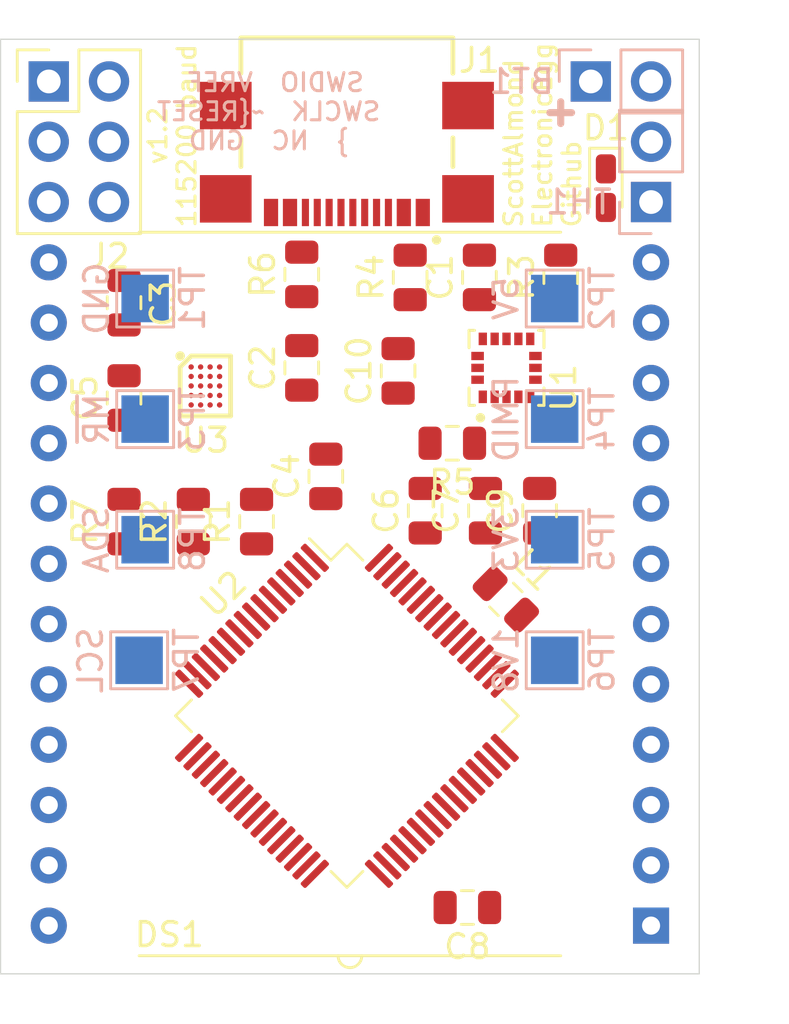
<source format=kicad_pcb>
(kicad_pcb (version 20171130) (host pcbnew "(5.1.5)-3")

  (general
    (thickness 1.6)
    (drawings 8)
    (tracks 0)
    (zones 0)
    (modules 35)
    (nets 72)
  )

  (page A4)
  (title_block
    (title EletronicEgg)
    (rev v1.1)
    (comment 2 https://creativecommons.org/licenses/by/4.0/)
    (comment 3 "License: CC BY 4.0")
    (comment 4 "Author: Scott Almond")
  )

  (layers
    (0 F.Cu signal)
    (31 B.Cu signal)
    (32 B.Adhes user)
    (33 F.Adhes user)
    (34 B.Paste user)
    (35 F.Paste user)
    (36 B.SilkS user)
    (37 F.SilkS user)
    (38 B.Mask user)
    (39 F.Mask user)
    (40 Dwgs.User user)
    (41 Cmts.User user)
    (42 Eco1.User user)
    (43 Eco2.User user)
    (44 Edge.Cuts user)
    (45 Margin user)
    (46 B.CrtYd user)
    (47 F.CrtYd user)
    (48 B.Fab user)
    (49 F.Fab user)
  )

  (setup
    (last_trace_width 0.1524)
    (trace_clearance 0.15)
    (zone_clearance 0.508)
    (zone_45_only no)
    (trace_min 0.15)
    (via_size 0.508)
    (via_drill 0.254)
    (via_min_size 0.508)
    (via_min_drill 0.254)
    (uvia_size 0.3)
    (uvia_drill 0.1)
    (uvias_allowed no)
    (uvia_min_size 0.2)
    (uvia_min_drill 0.1)
    (edge_width 0.05)
    (segment_width 0.2)
    (pcb_text_width 0.3)
    (pcb_text_size 1.5 1.5)
    (mod_edge_width 0.12)
    (mod_text_size 1 1)
    (mod_text_width 0.15)
    (pad_size 1.524 1.524)
    (pad_drill 0.762)
    (pad_to_mask_clearance 0.051)
    (solder_mask_min_width 0.1016)
    (aux_axis_origin 0 0)
    (visible_elements 7FFFFFFF)
    (pcbplotparams
      (layerselection 0x010fc_ffffffff)
      (usegerberextensions true)
      (usegerberattributes false)
      (usegerberadvancedattributes false)
      (creategerberjobfile false)
      (excludeedgelayer true)
      (linewidth 0.100000)
      (plotframeref false)
      (viasonmask false)
      (mode 1)
      (useauxorigin false)
      (hpglpennumber 1)
      (hpglpenspeed 20)
      (hpglpendiameter 15.000000)
      (psnegative false)
      (psa4output false)
      (plotreference true)
      (plotvalue false)
      (plotinvisibletext false)
      (padsonsilk false)
      (subtractmaskfromsilk false)
      (outputformat 1)
      (mirror false)
      (drillshape 0)
      (scaleselection 1)
      (outputdirectory "../gerbers/"))
  )

  (net 0 "")
  (net 1 "Net-(U2-Pad1)")
  (net 2 "Net-(U2-Pad2)")
  (net 3 "Net-(U2-Pad3)")
  (net 4 "Net-(U2-Pad4)")
  (net 5 "Net-(U2-Pad5)")
  (net 6 "Net-(U2-Pad6)")
  (net 7 "Net-(U2-Pad9)")
  (net 8 "Net-(U2-Pad10)")
  (net 9 "Net-(U2-Pad11)")
  (net 10 "Net-(U2-Pad12)")
  (net 11 "Net-(U2-Pad13)")
  (net 12 "Net-(J1-PadB8)")
  (net 13 "Net-(J1-PadB5)")
  (net 14 "Net-(J1-PadA5)")
  (net 15 "Net-(J1-PadA8)")
  (net 16 SCL)
  (net 17 GND)
  (net 18 SDA)
  (net 19 D-)
  (net 20 D+)
  (net 21 "Net-(R5-Pad1)")
  (net 22 INT2)
  (net 23 INT1)
  (net 24 "Net-(BT1-Pad1)")
  (net 25 "Net-(U2-Pad51)")
  (net 26 "Net-(C7-Pad1)")
  (net 27 "Net-(U2-Pad61)")
  (net 28 "Net-(U2-Pad62)")
  (net 29 "Net-(U2-Pad63)")
  (net 30 INT3)
  (net 31 "Net-(C3-Pad2)")
  (net 32 "Net-(R3-Pad1)")
  (net 33 "Net-(U3-PadC2)")
  (net 34 "Net-(U3-PadC3)")
  (net 35 "Net-(U3-PadD2)")
  (net 36 "Net-(U3-PadD3)")
  (net 37 +5V)
  (net 38 "Net-(L1-Pad2)")
  (net 39 /3E)
  (net 40 /3D)
  (net 41 /3C)
  (net 42 /3DP)
  (net 43 /2E)
  (net 44 /2D)
  (net 45 /2C)
  (net 46 /2DP)
  (net 47 /1E)
  (net 48 /1D)
  (net 49 /1C)
  (net 50 /1B)
  (net 51 /1A)
  (net 52 /1F)
  (net 53 /1G)
  (net 54 /2B)
  (net 55 /2A)
  (net 56 /2F)
  (net 57 /2G)
  (net 58 /3B)
  (net 59 /3A)
  (net 60 /3F)
  (net 61 /3G)
  (net 62 /COM)
  (net 63 +3V3)
  (net 64 VREF)
  (net 65 "Net-(J2-Pad6)")
  (net 66 SWCLK)
  (net 67 ~RESET)
  (net 68 SWDIO)
  (net 69 "Net-(D1-Pad2)")
  (net 70 "Net-(TP3-Pad1)")
  (net 71 "Net-(D1-Pad1)")

  (net_class Default "This is the default net class."
    (clearance 0.15)
    (trace_width 0.1524)
    (via_dia 0.508)
    (via_drill 0.254)
    (uvia_dia 0.3)
    (uvia_drill 0.1)
    (add_net +3V3)
    (add_net +5V)
    (add_net /1A)
    (add_net /1B)
    (add_net /1C)
    (add_net /1D)
    (add_net /1E)
    (add_net /1F)
    (add_net /1G)
    (add_net /2A)
    (add_net /2B)
    (add_net /2C)
    (add_net /2D)
    (add_net /2DP)
    (add_net /2E)
    (add_net /2F)
    (add_net /2G)
    (add_net /3A)
    (add_net /3B)
    (add_net /3C)
    (add_net /3D)
    (add_net /3DP)
    (add_net /3E)
    (add_net /3F)
    (add_net /3G)
    (add_net /COM)
    (add_net D+)
    (add_net D-)
    (add_net GND)
    (add_net INT1)
    (add_net INT2)
    (add_net INT3)
    (add_net "Net-(BT1-Pad1)")
    (add_net "Net-(C3-Pad2)")
    (add_net "Net-(C7-Pad1)")
    (add_net "Net-(D1-Pad1)")
    (add_net "Net-(D1-Pad2)")
    (add_net "Net-(J1-PadA5)")
    (add_net "Net-(J1-PadA8)")
    (add_net "Net-(J1-PadB5)")
    (add_net "Net-(J1-PadB8)")
    (add_net "Net-(J2-Pad6)")
    (add_net "Net-(L1-Pad2)")
    (add_net "Net-(R3-Pad1)")
    (add_net "Net-(R5-Pad1)")
    (add_net "Net-(TP3-Pad1)")
    (add_net "Net-(U2-Pad1)")
    (add_net "Net-(U2-Pad10)")
    (add_net "Net-(U2-Pad11)")
    (add_net "Net-(U2-Pad12)")
    (add_net "Net-(U2-Pad13)")
    (add_net "Net-(U2-Pad2)")
    (add_net "Net-(U2-Pad3)")
    (add_net "Net-(U2-Pad4)")
    (add_net "Net-(U2-Pad5)")
    (add_net "Net-(U2-Pad51)")
    (add_net "Net-(U2-Pad6)")
    (add_net "Net-(U2-Pad61)")
    (add_net "Net-(U2-Pad62)")
    (add_net "Net-(U2-Pad63)")
    (add_net "Net-(U2-Pad9)")
    (add_net "Net-(U3-PadC2)")
    (add_net "Net-(U3-PadC3)")
    (add_net "Net-(U3-PadD2)")
    (add_net "Net-(U3-PadD3)")
    (add_net SCL)
    (add_net SDA)
    (add_net SWCLK)
    (add_net SWDIO)
    (add_net VREF)
    (add_net ~RESET)
  )

  (module Capacitor_SMD:C_0805_2012Metric (layer F.Cu) (tedit 5B36C52B) (tstamp 5E3B9DBF)
    (at 149.733 107.4905 90)
    (descr "Capacitor SMD 0805 (2012 Metric), square (rectangular) end terminal, IPC_7351 nominal, (Body size source: https://docs.google.com/spreadsheets/d/1BsfQQcO9C6DZCsRaXUlFlo91Tg2WpOkGARC1WS5S8t0/edit?usp=sharing), generated with kicad-footprint-generator")
    (tags capacitor)
    (path /5E263E0C)
    (attr smd)
    (fp_text reference C9 (at 0 -1.65 90) (layer F.SilkS)
      (effects (font (size 1 1) (thickness 0.15)))
    )
    (fp_text value 1uF (at 0 1.65 90) (layer F.Fab)
      (effects (font (size 1 1) (thickness 0.15)))
    )
    (fp_text user %R (at 0 0 90) (layer F.Fab)
      (effects (font (size 0.5 0.5) (thickness 0.08)))
    )
    (fp_line (start 1.68 0.95) (end -1.68 0.95) (layer F.CrtYd) (width 0.05))
    (fp_line (start 1.68 -0.95) (end 1.68 0.95) (layer F.CrtYd) (width 0.05))
    (fp_line (start -1.68 -0.95) (end 1.68 -0.95) (layer F.CrtYd) (width 0.05))
    (fp_line (start -1.68 0.95) (end -1.68 -0.95) (layer F.CrtYd) (width 0.05))
    (fp_line (start -0.258578 0.71) (end 0.258578 0.71) (layer F.SilkS) (width 0.12))
    (fp_line (start -0.258578 -0.71) (end 0.258578 -0.71) (layer F.SilkS) (width 0.12))
    (fp_line (start 1 0.6) (end -1 0.6) (layer F.Fab) (width 0.1))
    (fp_line (start 1 -0.6) (end 1 0.6) (layer F.Fab) (width 0.1))
    (fp_line (start -1 -0.6) (end 1 -0.6) (layer F.Fab) (width 0.1))
    (fp_line (start -1 0.6) (end -1 -0.6) (layer F.Fab) (width 0.1))
    (pad 2 smd roundrect (at 0.9375 0 90) (size 0.975 1.4) (layers F.Cu F.Paste F.Mask) (roundrect_rratio 0.25)
      (net 17 GND))
    (pad 1 smd roundrect (at -0.9375 0 90) (size 0.975 1.4) (layers F.Cu F.Paste F.Mask) (roundrect_rratio 0.25)
      (net 26 "Net-(C7-Pad1)"))
    (model ${KISYS3DMOD}/Capacitor_SMD.3dshapes/C_0805_2012Metric.wrl
      (at (xyz 0 0 0))
      (scale (xyz 1 1 1))
      (rotate (xyz 0 0 0))
    )
  )

  (module Capacitor_SMD:C_0805_2012Metric (layer F.Cu) (tedit 5B36C52B) (tstamp 5E3B91B0)
    (at 147.447 107.4905 90)
    (descr "Capacitor SMD 0805 (2012 Metric), square (rectangular) end terminal, IPC_7351 nominal, (Body size source: https://docs.google.com/spreadsheets/d/1BsfQQcO9C6DZCsRaXUlFlo91Tg2WpOkGARC1WS5S8t0/edit?usp=sharing), generated with kicad-footprint-generator")
    (tags capacitor)
    (path /5E25E0B6)
    (attr smd)
    (fp_text reference C7 (at 0 -1.65 90) (layer F.SilkS)
      (effects (font (size 1 1) (thickness 0.15)))
    )
    (fp_text value 100nF (at 0 1.65 90) (layer F.Fab)
      (effects (font (size 1 1) (thickness 0.15)))
    )
    (fp_text user %R (at 0 0 90) (layer F.Fab)
      (effects (font (size 0.5 0.5) (thickness 0.08)))
    )
    (fp_line (start 1.68 0.95) (end -1.68 0.95) (layer F.CrtYd) (width 0.05))
    (fp_line (start 1.68 -0.95) (end 1.68 0.95) (layer F.CrtYd) (width 0.05))
    (fp_line (start -1.68 -0.95) (end 1.68 -0.95) (layer F.CrtYd) (width 0.05))
    (fp_line (start -1.68 0.95) (end -1.68 -0.95) (layer F.CrtYd) (width 0.05))
    (fp_line (start -0.258578 0.71) (end 0.258578 0.71) (layer F.SilkS) (width 0.12))
    (fp_line (start -0.258578 -0.71) (end 0.258578 -0.71) (layer F.SilkS) (width 0.12))
    (fp_line (start 1 0.6) (end -1 0.6) (layer F.Fab) (width 0.1))
    (fp_line (start 1 -0.6) (end 1 0.6) (layer F.Fab) (width 0.1))
    (fp_line (start -1 -0.6) (end 1 -0.6) (layer F.Fab) (width 0.1))
    (fp_line (start -1 0.6) (end -1 -0.6) (layer F.Fab) (width 0.1))
    (pad 2 smd roundrect (at 0.9375 0 90) (size 0.975 1.4) (layers F.Cu F.Paste F.Mask) (roundrect_rratio 0.25)
      (net 17 GND))
    (pad 1 smd roundrect (at -0.9375 0 90) (size 0.975 1.4) (layers F.Cu F.Paste F.Mask) (roundrect_rratio 0.25)
      (net 26 "Net-(C7-Pad1)"))
    (model ${KISYS3DMOD}/Capacitor_SMD.3dshapes/C_0805_2012Metric.wrl
      (at (xyz 0 0 0))
      (scale (xyz 1 1 1))
      (rotate (xyz 0 0 0))
    )
  )

  (module Capacitor_SMD:C_0805_2012Metric (layer F.Cu) (tedit 5B36C52B) (tstamp 5E3B8604)
    (at 144.907 107.4905 90)
    (descr "Capacitor SMD 0805 (2012 Metric), square (rectangular) end terminal, IPC_7351 nominal, (Body size source: https://docs.google.com/spreadsheets/d/1BsfQQcO9C6DZCsRaXUlFlo91Tg2WpOkGARC1WS5S8t0/edit?usp=sharing), generated with kicad-footprint-generator")
    (tags capacitor)
    (path /5E2639FA)
    (attr smd)
    (fp_text reference C6 (at 0 -1.65 90) (layer F.SilkS)
      (effects (font (size 1 1) (thickness 0.15)))
    )
    (fp_text value 100nF (at 0 1.65 90) (layer F.Fab)
      (effects (font (size 1 1) (thickness 0.15)))
    )
    (fp_line (start -1 0.6) (end -1 -0.6) (layer F.Fab) (width 0.1))
    (fp_line (start -1 -0.6) (end 1 -0.6) (layer F.Fab) (width 0.1))
    (fp_line (start 1 -0.6) (end 1 0.6) (layer F.Fab) (width 0.1))
    (fp_line (start 1 0.6) (end -1 0.6) (layer F.Fab) (width 0.1))
    (fp_line (start -0.258578 -0.71) (end 0.258578 -0.71) (layer F.SilkS) (width 0.12))
    (fp_line (start -0.258578 0.71) (end 0.258578 0.71) (layer F.SilkS) (width 0.12))
    (fp_line (start -1.68 0.95) (end -1.68 -0.95) (layer F.CrtYd) (width 0.05))
    (fp_line (start -1.68 -0.95) (end 1.68 -0.95) (layer F.CrtYd) (width 0.05))
    (fp_line (start 1.68 -0.95) (end 1.68 0.95) (layer F.CrtYd) (width 0.05))
    (fp_line (start 1.68 0.95) (end -1.68 0.95) (layer F.CrtYd) (width 0.05))
    (fp_text user %R (at 0 0 90) (layer F.Fab)
      (effects (font (size 0.5 0.5) (thickness 0.08)))
    )
    (pad 1 smd roundrect (at -0.9375 0 90) (size 0.975 1.4) (layers F.Cu F.Paste F.Mask) (roundrect_rratio 0.25)
      (net 63 +3V3))
    (pad 2 smd roundrect (at 0.9375 0 90) (size 0.975 1.4) (layers F.Cu F.Paste F.Mask) (roundrect_rratio 0.25)
      (net 17 GND))
    (model ${KISYS3DMOD}/Capacitor_SMD.3dshapes/C_0805_2012Metric.wrl
      (at (xyz 0 0 0))
      (scale (xyz 1 1 1))
      (rotate (xyz 0 0 0))
    )
  )

  (module Resistor_SMD:R_0805_2012Metric (layer F.Cu) (tedit 5B36C52B) (tstamp 5E3B7C82)
    (at 146.05 104.648 180)
    (descr "Resistor SMD 0805 (2012 Metric), square (rectangular) end terminal, IPC_7351 nominal, (Body size source: https://docs.google.com/spreadsheets/d/1BsfQQcO9C6DZCsRaXUlFlo91Tg2WpOkGARC1WS5S8t0/edit?usp=sharing), generated with kicad-footprint-generator")
    (tags resistor)
    (path /5E18EAD4)
    (attr smd)
    (fp_text reference R5 (at 0 -1.65) (layer F.SilkS)
      (effects (font (size 1 1) (thickness 0.15)))
    )
    (fp_text value 10k (at 0 1.65) (layer F.Fab)
      (effects (font (size 1 1) (thickness 0.15)))
    )
    (fp_text user %R (at 0 0) (layer F.Fab)
      (effects (font (size 0.5 0.5) (thickness 0.08)))
    )
    (fp_line (start 1.68 0.95) (end -1.68 0.95) (layer F.CrtYd) (width 0.05))
    (fp_line (start 1.68 -0.95) (end 1.68 0.95) (layer F.CrtYd) (width 0.05))
    (fp_line (start -1.68 -0.95) (end 1.68 -0.95) (layer F.CrtYd) (width 0.05))
    (fp_line (start -1.68 0.95) (end -1.68 -0.95) (layer F.CrtYd) (width 0.05))
    (fp_line (start -0.258578 0.71) (end 0.258578 0.71) (layer F.SilkS) (width 0.12))
    (fp_line (start -0.258578 -0.71) (end 0.258578 -0.71) (layer F.SilkS) (width 0.12))
    (fp_line (start 1 0.6) (end -1 0.6) (layer F.Fab) (width 0.1))
    (fp_line (start 1 -0.6) (end 1 0.6) (layer F.Fab) (width 0.1))
    (fp_line (start -1 -0.6) (end 1 -0.6) (layer F.Fab) (width 0.1))
    (fp_line (start -1 0.6) (end -1 -0.6) (layer F.Fab) (width 0.1))
    (pad 2 smd roundrect (at 0.9375 0 180) (size 0.975 1.4) (layers F.Cu F.Paste F.Mask) (roundrect_rratio 0.25)
      (net 64 VREF))
    (pad 1 smd roundrect (at -0.9375 0 180) (size 0.975 1.4) (layers F.Cu F.Paste F.Mask) (roundrect_rratio 0.25)
      (net 21 "Net-(R5-Pad1)"))
    (model ${KISYS3DMOD}/Resistor_SMD.3dshapes/R_0805_2012Metric.wrl
      (at (xyz 0 0 0))
      (scale (xyz 1 1 1))
      (rotate (xyz 0 0 0))
    )
  )

  (module Capacitor_SMD:C_0805_2012Metric (layer F.Cu) (tedit 5B36C52B) (tstamp 5E3B6E82)
    (at 139.7 101.473 90)
    (descr "Capacitor SMD 0805 (2012 Metric), square (rectangular) end terminal, IPC_7351 nominal, (Body size source: https://docs.google.com/spreadsheets/d/1BsfQQcO9C6DZCsRaXUlFlo91Tg2WpOkGARC1WS5S8t0/edit?usp=sharing), generated with kicad-footprint-generator")
    (tags capacitor)
    (path /5E0A7C16)
    (attr smd)
    (fp_text reference C2 (at 0 -1.65 90) (layer F.SilkS)
      (effects (font (size 1 1) (thickness 0.15)))
    )
    (fp_text value 2.2uF (at 0 1.65 90) (layer F.Fab)
      (effects (font (size 1 1) (thickness 0.15)))
    )
    (fp_text user %R (at 0 0 90) (layer F.Fab)
      (effects (font (size 0.5 0.5) (thickness 0.08)))
    )
    (fp_line (start 1.68 0.95) (end -1.68 0.95) (layer F.CrtYd) (width 0.05))
    (fp_line (start 1.68 -0.95) (end 1.68 0.95) (layer F.CrtYd) (width 0.05))
    (fp_line (start -1.68 -0.95) (end 1.68 -0.95) (layer F.CrtYd) (width 0.05))
    (fp_line (start -1.68 0.95) (end -1.68 -0.95) (layer F.CrtYd) (width 0.05))
    (fp_line (start -0.258578 0.71) (end 0.258578 0.71) (layer F.SilkS) (width 0.12))
    (fp_line (start -0.258578 -0.71) (end 0.258578 -0.71) (layer F.SilkS) (width 0.12))
    (fp_line (start 1 0.6) (end -1 0.6) (layer F.Fab) (width 0.1))
    (fp_line (start 1 -0.6) (end 1 0.6) (layer F.Fab) (width 0.1))
    (fp_line (start -1 -0.6) (end 1 -0.6) (layer F.Fab) (width 0.1))
    (fp_line (start -1 0.6) (end -1 -0.6) (layer F.Fab) (width 0.1))
    (pad 2 smd roundrect (at 0.9375 0 90) (size 0.975 1.4) (layers F.Cu F.Paste F.Mask) (roundrect_rratio 0.25)
      (net 17 GND))
    (pad 1 smd roundrect (at -0.9375 0 90) (size 0.975 1.4) (layers F.Cu F.Paste F.Mask) (roundrect_rratio 0.25)
      (net 24 "Net-(BT1-Pad1)"))
    (model ${KISYS3DMOD}/Capacitor_SMD.3dshapes/C_0805_2012Metric.wrl
      (at (xyz 0 0 0))
      (scale (xyz 1 1 1))
      (rotate (xyz 0 0 0))
    )
  )

  (module Capacitor_SMD:C_0805_2012Metric (layer F.Cu) (tedit 5B36C52B) (tstamp 5E3B634A)
    (at 140.716 106.045 90)
    (descr "Capacitor SMD 0805 (2012 Metric), square (rectangular) end terminal, IPC_7351 nominal, (Body size source: https://docs.google.com/spreadsheets/d/1BsfQQcO9C6DZCsRaXUlFlo91Tg2WpOkGARC1WS5S8t0/edit?usp=sharing), generated with kicad-footprint-generator")
    (tags capacitor)
    (path /5E0DD421)
    (attr smd)
    (fp_text reference C4 (at 0 -1.65 90) (layer F.SilkS)
      (effects (font (size 1 1) (thickness 0.15)))
    )
    (fp_text value 10uF (at 0 1.65 90) (layer F.Fab)
      (effects (font (size 1 1) (thickness 0.15)))
    )
    (fp_text user %R (at 0 0 90) (layer F.Fab)
      (effects (font (size 0.5 0.5) (thickness 0.08)))
    )
    (fp_line (start 1.68 0.95) (end -1.68 0.95) (layer F.CrtYd) (width 0.05))
    (fp_line (start 1.68 -0.95) (end 1.68 0.95) (layer F.CrtYd) (width 0.05))
    (fp_line (start -1.68 -0.95) (end 1.68 -0.95) (layer F.CrtYd) (width 0.05))
    (fp_line (start -1.68 0.95) (end -1.68 -0.95) (layer F.CrtYd) (width 0.05))
    (fp_line (start -0.258578 0.71) (end 0.258578 0.71) (layer F.SilkS) (width 0.12))
    (fp_line (start -0.258578 -0.71) (end 0.258578 -0.71) (layer F.SilkS) (width 0.12))
    (fp_line (start 1 0.6) (end -1 0.6) (layer F.Fab) (width 0.1))
    (fp_line (start 1 -0.6) (end 1 0.6) (layer F.Fab) (width 0.1))
    (fp_line (start -1 -0.6) (end 1 -0.6) (layer F.Fab) (width 0.1))
    (fp_line (start -1 0.6) (end -1 -0.6) (layer F.Fab) (width 0.1))
    (pad 2 smd roundrect (at 0.9375 0 90) (size 0.975 1.4) (layers F.Cu F.Paste F.Mask) (roundrect_rratio 0.25)
      (net 17 GND))
    (pad 1 smd roundrect (at -0.9375 0 90) (size 0.975 1.4) (layers F.Cu F.Paste F.Mask) (roundrect_rratio 0.25)
      (net 63 +3V3))
    (model ${KISYS3DMOD}/Capacitor_SMD.3dshapes/C_0805_2012Metric.wrl
      (at (xyz 0 0 0))
      (scale (xyz 1 1 1))
      (rotate (xyz 0 0 0))
    )
  )

  (module Resistor_SMD:R_0805_2012Metric (layer F.Cu) (tedit 5B36C52B) (tstamp 5E3B5A48)
    (at 139.7 97.536 90)
    (descr "Resistor SMD 0805 (2012 Metric), square (rectangular) end terminal, IPC_7351 nominal, (Body size source: https://docs.google.com/spreadsheets/d/1BsfQQcO9C6DZCsRaXUlFlo91Tg2WpOkGARC1WS5S8t0/edit?usp=sharing), generated with kicad-footprint-generator")
    (tags resistor)
    (path /5E0D13F8)
    (attr smd)
    (fp_text reference R6 (at 0 -1.65 90) (layer F.SilkS)
      (effects (font (size 1 1) (thickness 0.15)))
    )
    (fp_text value 56k (at 0 1.65 90) (layer F.Fab)
      (effects (font (size 1 1) (thickness 0.15)))
    )
    (fp_text user %R (at 0 0 90) (layer F.Fab)
      (effects (font (size 0.5 0.5) (thickness 0.08)))
    )
    (fp_line (start 1.68 0.95) (end -1.68 0.95) (layer F.CrtYd) (width 0.05))
    (fp_line (start 1.68 -0.95) (end 1.68 0.95) (layer F.CrtYd) (width 0.05))
    (fp_line (start -1.68 -0.95) (end 1.68 -0.95) (layer F.CrtYd) (width 0.05))
    (fp_line (start -1.68 0.95) (end -1.68 -0.95) (layer F.CrtYd) (width 0.05))
    (fp_line (start -0.258578 0.71) (end 0.258578 0.71) (layer F.SilkS) (width 0.12))
    (fp_line (start -0.258578 -0.71) (end 0.258578 -0.71) (layer F.SilkS) (width 0.12))
    (fp_line (start 1 0.6) (end -1 0.6) (layer F.Fab) (width 0.1))
    (fp_line (start 1 -0.6) (end 1 0.6) (layer F.Fab) (width 0.1))
    (fp_line (start -1 -0.6) (end 1 -0.6) (layer F.Fab) (width 0.1))
    (fp_line (start -1 0.6) (end -1 -0.6) (layer F.Fab) (width 0.1))
    (pad 2 smd roundrect (at 0.9375 0 90) (size 0.975 1.4) (layers F.Cu F.Paste F.Mask) (roundrect_rratio 0.25)
      (net 13 "Net-(J1-PadB5)"))
    (pad 1 smd roundrect (at -0.9375 0 90) (size 0.975 1.4) (layers F.Cu F.Paste F.Mask) (roundrect_rratio 0.25)
      (net 17 GND))
    (model ${KISYS3DMOD}/Resistor_SMD.3dshapes/R_0805_2012Metric.wrl
      (at (xyz 0 0 0))
      (scale (xyz 1 1 1))
      (rotate (xyz 0 0 0))
    )
  )

  (module Capacitor_SMD:C_0805_2012Metric (layer F.Cu) (tedit 5B36C52B) (tstamp 5E3B4D2A)
    (at 143.764 101.6 90)
    (descr "Capacitor SMD 0805 (2012 Metric), square (rectangular) end terminal, IPC_7351 nominal, (Body size source: https://docs.google.com/spreadsheets/d/1BsfQQcO9C6DZCsRaXUlFlo91Tg2WpOkGARC1WS5S8t0/edit?usp=sharing), generated with kicad-footprint-generator")
    (tags capacitor)
    (path /5E17A014)
    (attr smd)
    (fp_text reference C10 (at 0 -1.65 90) (layer F.SilkS)
      (effects (font (size 1 1) (thickness 0.15)))
    )
    (fp_text value 100nF (at 0 1.65 90) (layer F.Fab)
      (effects (font (size 1 1) (thickness 0.15)))
    )
    (fp_text user %R (at 0 0 90) (layer F.Fab)
      (effects (font (size 0.5 0.5) (thickness 0.08)))
    )
    (fp_line (start 1.68 0.95) (end -1.68 0.95) (layer F.CrtYd) (width 0.05))
    (fp_line (start 1.68 -0.95) (end 1.68 0.95) (layer F.CrtYd) (width 0.05))
    (fp_line (start -1.68 -0.95) (end 1.68 -0.95) (layer F.CrtYd) (width 0.05))
    (fp_line (start -1.68 0.95) (end -1.68 -0.95) (layer F.CrtYd) (width 0.05))
    (fp_line (start -0.258578 0.71) (end 0.258578 0.71) (layer F.SilkS) (width 0.12))
    (fp_line (start -0.258578 -0.71) (end 0.258578 -0.71) (layer F.SilkS) (width 0.12))
    (fp_line (start 1 0.6) (end -1 0.6) (layer F.Fab) (width 0.1))
    (fp_line (start 1 -0.6) (end 1 0.6) (layer F.Fab) (width 0.1))
    (fp_line (start -1 -0.6) (end 1 -0.6) (layer F.Fab) (width 0.1))
    (fp_line (start -1 0.6) (end -1 -0.6) (layer F.Fab) (width 0.1))
    (pad 2 smd roundrect (at 0.9375 0 90) (size 0.975 1.4) (layers F.Cu F.Paste F.Mask) (roundrect_rratio 0.25)
      (net 63 +3V3))
    (pad 1 smd roundrect (at -0.9375 0 90) (size 0.975 1.4) (layers F.Cu F.Paste F.Mask) (roundrect_rratio 0.25)
      (net 17 GND))
    (model ${KISYS3DMOD}/Capacitor_SMD.3dshapes/C_0805_2012Metric.wrl
      (at (xyz 0 0 0))
      (scale (xyz 1 1 1))
      (rotate (xyz 0 0 0))
    )
  )

  (module Resistor_SMD:R_0805_2012Metric (layer F.Cu) (tedit 5B36C52B) (tstamp 5E3B430C)
    (at 144.272 97.663 90)
    (descr "Resistor SMD 0805 (2012 Metric), square (rectangular) end terminal, IPC_7351 nominal, (Body size source: https://docs.google.com/spreadsheets/d/1BsfQQcO9C6DZCsRaXUlFlo91Tg2WpOkGARC1WS5S8t0/edit?usp=sharing), generated with kicad-footprint-generator")
    (tags resistor)
    (path /5E106EDC)
    (attr smd)
    (fp_text reference R4 (at 0 -1.65 90) (layer F.SilkS)
      (effects (font (size 1 1) (thickness 0.15)))
    )
    (fp_text value 56k (at 0 1.65 90) (layer F.Fab)
      (effects (font (size 1 1) (thickness 0.15)))
    )
    (fp_text user %R (at 0 0 90) (layer F.Fab)
      (effects (font (size 0.5 0.5) (thickness 0.08)))
    )
    (fp_line (start 1.68 0.95) (end -1.68 0.95) (layer F.CrtYd) (width 0.05))
    (fp_line (start 1.68 -0.95) (end 1.68 0.95) (layer F.CrtYd) (width 0.05))
    (fp_line (start -1.68 -0.95) (end 1.68 -0.95) (layer F.CrtYd) (width 0.05))
    (fp_line (start -1.68 0.95) (end -1.68 -0.95) (layer F.CrtYd) (width 0.05))
    (fp_line (start -0.258578 0.71) (end 0.258578 0.71) (layer F.SilkS) (width 0.12))
    (fp_line (start -0.258578 -0.71) (end 0.258578 -0.71) (layer F.SilkS) (width 0.12))
    (fp_line (start 1 0.6) (end -1 0.6) (layer F.Fab) (width 0.1))
    (fp_line (start 1 -0.6) (end 1 0.6) (layer F.Fab) (width 0.1))
    (fp_line (start -1 -0.6) (end 1 -0.6) (layer F.Fab) (width 0.1))
    (fp_line (start -1 0.6) (end -1 -0.6) (layer F.Fab) (width 0.1))
    (pad 2 smd roundrect (at 0.9375 0 90) (size 0.975 1.4) (layers F.Cu F.Paste F.Mask) (roundrect_rratio 0.25)
      (net 14 "Net-(J1-PadA5)"))
    (pad 1 smd roundrect (at -0.9375 0 90) (size 0.975 1.4) (layers F.Cu F.Paste F.Mask) (roundrect_rratio 0.25)
      (net 17 GND))
    (model ${KISYS3DMOD}/Resistor_SMD.3dshapes/R_0805_2012Metric.wrl
      (at (xyz 0 0 0))
      (scale (xyz 1 1 1))
      (rotate (xyz 0 0 0))
    )
  )

  (module Capacitor_SMD:C_0805_2012Metric (layer F.Cu) (tedit 5B36C52B) (tstamp 5E3B3532)
    (at 147.193 97.663 90)
    (descr "Capacitor SMD 0805 (2012 Metric), square (rectangular) end terminal, IPC_7351 nominal, (Body size source: https://docs.google.com/spreadsheets/d/1BsfQQcO9C6DZCsRaXUlFlo91Tg2WpOkGARC1WS5S8t0/edit?usp=sharing), generated with kicad-footprint-generator")
    (tags capacitor)
    (path /5E0ABB84)
    (attr smd)
    (fp_text reference C1 (at 0 -1.65 90) (layer F.SilkS)
      (effects (font (size 1 1) (thickness 0.15)))
    )
    (fp_text value 1uF (at 0 1.65 90) (layer F.Fab)
      (effects (font (size 1 1) (thickness 0.15)))
    )
    (fp_text user %R (at 0 0 90) (layer F.Fab)
      (effects (font (size 0.5 0.5) (thickness 0.08)))
    )
    (fp_line (start 1.68 0.95) (end -1.68 0.95) (layer F.CrtYd) (width 0.05))
    (fp_line (start 1.68 -0.95) (end 1.68 0.95) (layer F.CrtYd) (width 0.05))
    (fp_line (start -1.68 -0.95) (end 1.68 -0.95) (layer F.CrtYd) (width 0.05))
    (fp_line (start -1.68 0.95) (end -1.68 -0.95) (layer F.CrtYd) (width 0.05))
    (fp_line (start -0.258578 0.71) (end 0.258578 0.71) (layer F.SilkS) (width 0.12))
    (fp_line (start -0.258578 -0.71) (end 0.258578 -0.71) (layer F.SilkS) (width 0.12))
    (fp_line (start 1 0.6) (end -1 0.6) (layer F.Fab) (width 0.1))
    (fp_line (start 1 -0.6) (end 1 0.6) (layer F.Fab) (width 0.1))
    (fp_line (start -1 -0.6) (end 1 -0.6) (layer F.Fab) (width 0.1))
    (fp_line (start -1 0.6) (end -1 -0.6) (layer F.Fab) (width 0.1))
    (pad 2 smd roundrect (at 0.9375 0 90) (size 0.975 1.4) (layers F.Cu F.Paste F.Mask) (roundrect_rratio 0.25)
      (net 17 GND))
    (pad 1 smd roundrect (at -0.9375 0 90) (size 0.975 1.4) (layers F.Cu F.Paste F.Mask) (roundrect_rratio 0.25)
      (net 37 +5V))
    (model ${KISYS3DMOD}/Capacitor_SMD.3dshapes/C_0805_2012Metric.wrl
      (at (xyz 0 0 0))
      (scale (xyz 1 1 1))
      (rotate (xyz 0 0 0))
    )
  )

  (module custom:VI-321-DP-RC-S (layer F.Cu) (tedit 5E33C3D2) (tstamp 5E113BEB)
    (at 141.732 110.998)
    (path /5E20A245)
    (fp_text reference DS1 (at -7.62 14.351 180) (layer F.SilkS)
      (effects (font (size 1 1) (thickness 0.15)))
    )
    (fp_text value VI-321-DP-RC-S (at 0 17.272) (layer F.Fab)
      (effects (font (size 1 1) (thickness 0.15)))
    )
    (fp_arc (start 0 15.24) (end -0.5 15.24) (angle -180) (layer F.SilkS) (width 0.12))
    (fp_line (start 8.89 -15.24) (end -8.89 -15.24) (layer F.SilkS) (width 0.12))
    (fp_line (start 8.89 15.24) (end -8.89 15.24) (layer F.SilkS) (width 0.12))
    (pad 24 thru_hole circle (at -12.7 13.97) (size 1.524 1.524) (drill 0.762) (layers *.Cu *.Mask)
      (net 62 /COM))
    (pad 23 thru_hole circle (at -12.7 11.43) (size 1.524 1.524) (drill 0.762) (layers *.Cu *.Mask)
      (net 61 /3G))
    (pad 22 thru_hole circle (at -12.7 8.89) (size 1.524 1.524) (drill 0.762) (layers *.Cu *.Mask)
      (net 60 /3F))
    (pad 21 thru_hole circle (at -12.7 6.35) (size 1.524 1.524) (drill 0.762) (layers *.Cu *.Mask)
      (net 59 /3A))
    (pad 20 thru_hole circle (at -12.7 3.81) (size 1.524 1.524) (drill 0.762) (layers *.Cu *.Mask)
      (net 58 /3B))
    (pad 19 thru_hole circle (at -12.7 1.27) (size 1.524 1.524) (drill 0.762) (layers *.Cu *.Mask)
      (net 57 /2G))
    (pad 18 thru_hole circle (at -12.7 -1.27) (size 1.524 1.524) (drill 0.762) (layers *.Cu *.Mask)
      (net 56 /2F))
    (pad 17 thru_hole circle (at -12.7 -3.81) (size 1.524 1.524) (drill 0.762) (layers *.Cu *.Mask)
      (net 55 /2A))
    (pad 16 thru_hole circle (at -12.7 -6.35) (size 1.524 1.524) (drill 0.762) (layers *.Cu *.Mask)
      (net 54 /2B))
    (pad 15 thru_hole circle (at -12.7 -8.89) (size 1.524 1.524) (drill 0.762) (layers *.Cu *.Mask)
      (net 53 /1G))
    (pad 14 thru_hole circle (at -12.7 -11.43) (size 1.524 1.524) (drill 0.762) (layers *.Cu *.Mask)
      (net 52 /1F))
    (pad 13 thru_hole circle (at -12.7 -13.97) (size 1.524 1.524) (drill 0.762) (layers *.Cu *.Mask)
      (net 51 /1A))
    (pad 12 thru_hole circle (at 12.7 -13.97) (size 1.524 1.524) (drill 0.762) (layers *.Cu *.Mask)
      (net 50 /1B))
    (pad 11 thru_hole circle (at 12.7 -11.43) (size 1.524 1.524) (drill 0.762) (layers *.Cu *.Mask)
      (net 49 /1C))
    (pad 10 thru_hole circle (at 12.7 -8.89) (size 1.524 1.524) (drill 0.762) (layers *.Cu *.Mask)
      (net 48 /1D))
    (pad 9 thru_hole circle (at 12.7 -6.35) (size 1.524 1.524) (drill 0.762) (layers *.Cu *.Mask)
      (net 47 /1E))
    (pad 8 thru_hole circle (at 12.7 -3.81) (size 1.524 1.524) (drill 0.762) (layers *.Cu *.Mask)
      (net 46 /2DP))
    (pad 7 thru_hole circle (at 12.7 -1.27) (size 1.524 1.524) (drill 0.762) (layers *.Cu *.Mask)
      (net 45 /2C))
    (pad 6 thru_hole circle (at 12.7 1.27) (size 1.524 1.524) (drill 0.762) (layers *.Cu *.Mask)
      (net 44 /2D))
    (pad 5 thru_hole circle (at 12.7 3.81) (size 1.524 1.524) (drill 0.762) (layers *.Cu *.Mask)
      (net 43 /2E))
    (pad 4 thru_hole circle (at 12.7 6.35) (size 1.524 1.524) (drill 0.762) (layers *.Cu *.Mask)
      (net 42 /3DP))
    (pad 3 thru_hole circle (at 12.7 8.89) (size 1.524 1.524) (drill 0.762) (layers *.Cu *.Mask)
      (net 41 /3C))
    (pad 2 thru_hole circle (at 12.7 11.43) (size 1.524 1.524) (drill 0.762) (layers *.Cu *.Mask)
      (net 40 /3D))
    (pad 1 thru_hole rect (at 12.7 13.97) (size 1.524 1.524) (drill 0.762) (layers *.Cu *.Mask)
      (net 39 /3E))
  )

  (module Resistor_SMD:R_0805_2012Metric (layer F.Cu) (tedit 5B36C52B) (tstamp 5E3B1EA6)
    (at 150.622 97.663 90)
    (descr "Resistor SMD 0805 (2012 Metric), square (rectangular) end terminal, IPC_7351 nominal, (Body size source: https://docs.google.com/spreadsheets/d/1BsfQQcO9C6DZCsRaXUlFlo91Tg2WpOkGARC1WS5S8t0/edit?usp=sharing), generated with kicad-footprint-generator")
    (tags resistor)
    (path /5E11A806)
    (attr smd)
    (fp_text reference R3 (at 0 -1.65 90) (layer F.SilkS)
      (effects (font (size 1 1) (thickness 0.15)))
    )
    (fp_text value 10k (at 0 1.65 90) (layer F.Fab)
      (effects (font (size 1 1) (thickness 0.15)))
    )
    (fp_text user %R (at 0 0 90) (layer F.Fab)
      (effects (font (size 0.5 0.5) (thickness 0.08)))
    )
    (fp_line (start 1.68 0.95) (end -1.68 0.95) (layer F.CrtYd) (width 0.05))
    (fp_line (start 1.68 -0.95) (end 1.68 0.95) (layer F.CrtYd) (width 0.05))
    (fp_line (start -1.68 -0.95) (end 1.68 -0.95) (layer F.CrtYd) (width 0.05))
    (fp_line (start -1.68 0.95) (end -1.68 -0.95) (layer F.CrtYd) (width 0.05))
    (fp_line (start -0.258578 0.71) (end 0.258578 0.71) (layer F.SilkS) (width 0.12))
    (fp_line (start -0.258578 -0.71) (end 0.258578 -0.71) (layer F.SilkS) (width 0.12))
    (fp_line (start 1 0.6) (end -1 0.6) (layer F.Fab) (width 0.1))
    (fp_line (start 1 -0.6) (end 1 0.6) (layer F.Fab) (width 0.1))
    (fp_line (start -1 -0.6) (end 1 -0.6) (layer F.Fab) (width 0.1))
    (fp_line (start -1 0.6) (end -1 -0.6) (layer F.Fab) (width 0.1))
    (pad 2 smd roundrect (at 0.9375 0 90) (size 0.975 1.4) (layers F.Cu F.Paste F.Mask) (roundrect_rratio 0.25)
      (net 17 GND))
    (pad 1 smd roundrect (at -0.9375 0 90) (size 0.975 1.4) (layers F.Cu F.Paste F.Mask) (roundrect_rratio 0.25)
      (net 32 "Net-(R3-Pad1)"))
    (model ${KISYS3DMOD}/Resistor_SMD.3dshapes/R_0805_2012Metric.wrl
      (at (xyz 0 0 0))
      (scale (xyz 1 1 1))
      (rotate (xyz 0 0 0))
    )
  )

  (module Capacitor_SMD:C_0805_2012Metric (layer F.Cu) (tedit 5B36C52B) (tstamp 5E3B11BC)
    (at 146.685 124.206 180)
    (descr "Capacitor SMD 0805 (2012 Metric), square (rectangular) end terminal, IPC_7351 nominal, (Body size source: https://docs.google.com/spreadsheets/d/1BsfQQcO9C6DZCsRaXUlFlo91Tg2WpOkGARC1WS5S8t0/edit?usp=sharing), generated with kicad-footprint-generator")
    (tags capacitor)
    (path /5E25E5E5)
    (attr smd)
    (fp_text reference C8 (at 0 -1.65) (layer F.SilkS)
      (effects (font (size 1 1) (thickness 0.15)))
    )
    (fp_text value 100nF (at 0 1.65) (layer F.Fab)
      (effects (font (size 1 1) (thickness 0.15)))
    )
    (fp_text user %R (at 0 0) (layer F.Fab)
      (effects (font (size 0.5 0.5) (thickness 0.08)))
    )
    (fp_line (start 1.68 0.95) (end -1.68 0.95) (layer F.CrtYd) (width 0.05))
    (fp_line (start 1.68 -0.95) (end 1.68 0.95) (layer F.CrtYd) (width 0.05))
    (fp_line (start -1.68 -0.95) (end 1.68 -0.95) (layer F.CrtYd) (width 0.05))
    (fp_line (start -1.68 0.95) (end -1.68 -0.95) (layer F.CrtYd) (width 0.05))
    (fp_line (start -0.258578 0.71) (end 0.258578 0.71) (layer F.SilkS) (width 0.12))
    (fp_line (start -0.258578 -0.71) (end 0.258578 -0.71) (layer F.SilkS) (width 0.12))
    (fp_line (start 1 0.6) (end -1 0.6) (layer F.Fab) (width 0.1))
    (fp_line (start 1 -0.6) (end 1 0.6) (layer F.Fab) (width 0.1))
    (fp_line (start -1 -0.6) (end 1 -0.6) (layer F.Fab) (width 0.1))
    (fp_line (start -1 0.6) (end -1 -0.6) (layer F.Fab) (width 0.1))
    (pad 2 smd roundrect (at 0.9375 0 180) (size 0.975 1.4) (layers F.Cu F.Paste F.Mask) (roundrect_rratio 0.25)
      (net 17 GND))
    (pad 1 smd roundrect (at -0.9375 0 180) (size 0.975 1.4) (layers F.Cu F.Paste F.Mask) (roundrect_rratio 0.25)
      (net 64 VREF))
    (model ${KISYS3DMOD}/Capacitor_SMD.3dshapes/C_0805_2012Metric.wrl
      (at (xyz 0 0 0))
      (scale (xyz 1 1 1))
      (rotate (xyz 0 0 0))
    )
  )

  (module Resistor_SMD:R_0805_2012Metric (layer F.Cu) (tedit 5B36C52B) (tstamp 5E3B0768)
    (at 137.795 107.95 90)
    (descr "Resistor SMD 0805 (2012 Metric), square (rectangular) end terminal, IPC_7351 nominal, (Body size source: https://docs.google.com/spreadsheets/d/1BsfQQcO9C6DZCsRaXUlFlo91Tg2WpOkGARC1WS5S8t0/edit?usp=sharing), generated with kicad-footprint-generator")
    (tags resistor)
    (path /5E38B48B)
    (attr smd)
    (fp_text reference R1 (at 0 -1.65 90) (layer F.SilkS)
      (effects (font (size 1 1) (thickness 0.15)))
    )
    (fp_text value 10k (at 0 1.65 90) (layer F.Fab)
      (effects (font (size 1 1) (thickness 0.15)))
    )
    (fp_text user %R (at 0 0 90) (layer F.Fab)
      (effects (font (size 0.5 0.5) (thickness 0.08)))
    )
    (fp_line (start 1.68 0.95) (end -1.68 0.95) (layer F.CrtYd) (width 0.05))
    (fp_line (start 1.68 -0.95) (end 1.68 0.95) (layer F.CrtYd) (width 0.05))
    (fp_line (start -1.68 -0.95) (end 1.68 -0.95) (layer F.CrtYd) (width 0.05))
    (fp_line (start -1.68 0.95) (end -1.68 -0.95) (layer F.CrtYd) (width 0.05))
    (fp_line (start -0.258578 0.71) (end 0.258578 0.71) (layer F.SilkS) (width 0.12))
    (fp_line (start -0.258578 -0.71) (end 0.258578 -0.71) (layer F.SilkS) (width 0.12))
    (fp_line (start 1 0.6) (end -1 0.6) (layer F.Fab) (width 0.1))
    (fp_line (start 1 -0.6) (end 1 0.6) (layer F.Fab) (width 0.1))
    (fp_line (start -1 -0.6) (end 1 -0.6) (layer F.Fab) (width 0.1))
    (fp_line (start -1 0.6) (end -1 -0.6) (layer F.Fab) (width 0.1))
    (pad 2 smd roundrect (at 0.9375 0 90) (size 0.975 1.4) (layers F.Cu F.Paste F.Mask) (roundrect_rratio 0.25)
      (net 64 VREF))
    (pad 1 smd roundrect (at -0.9375 0 90) (size 0.975 1.4) (layers F.Cu F.Paste F.Mask) (roundrect_rratio 0.25)
      (net 16 SCL))
    (model ${KISYS3DMOD}/Resistor_SMD.3dshapes/R_0805_2012Metric.wrl
      (at (xyz 0 0 0))
      (scale (xyz 1 1 1))
      (rotate (xyz 0 0 0))
    )
  )

  (module Resistor_SMD:R_0805_2012Metric (layer F.Cu) (tedit 5B36C52B) (tstamp 5E3AFC50)
    (at 135.128 107.95 90)
    (descr "Resistor SMD 0805 (2012 Metric), square (rectangular) end terminal, IPC_7351 nominal, (Body size source: https://docs.google.com/spreadsheets/d/1BsfQQcO9C6DZCsRaXUlFlo91Tg2WpOkGARC1WS5S8t0/edit?usp=sharing), generated with kicad-footprint-generator")
    (tags resistor)
    (path /5E38B1BE)
    (attr smd)
    (fp_text reference R2 (at 0 -1.65 90) (layer F.SilkS)
      (effects (font (size 1 1) (thickness 0.15)))
    )
    (fp_text value 10k (at 0 1.65 90) (layer F.Fab)
      (effects (font (size 1 1) (thickness 0.15)))
    )
    (fp_text user %R (at 0 0 90) (layer F.Fab)
      (effects (font (size 0.5 0.5) (thickness 0.08)))
    )
    (fp_line (start 1.68 0.95) (end -1.68 0.95) (layer F.CrtYd) (width 0.05))
    (fp_line (start 1.68 -0.95) (end 1.68 0.95) (layer F.CrtYd) (width 0.05))
    (fp_line (start -1.68 -0.95) (end 1.68 -0.95) (layer F.CrtYd) (width 0.05))
    (fp_line (start -1.68 0.95) (end -1.68 -0.95) (layer F.CrtYd) (width 0.05))
    (fp_line (start -0.258578 0.71) (end 0.258578 0.71) (layer F.SilkS) (width 0.12))
    (fp_line (start -0.258578 -0.71) (end 0.258578 -0.71) (layer F.SilkS) (width 0.12))
    (fp_line (start 1 0.6) (end -1 0.6) (layer F.Fab) (width 0.1))
    (fp_line (start 1 -0.6) (end 1 0.6) (layer F.Fab) (width 0.1))
    (fp_line (start -1 -0.6) (end 1 -0.6) (layer F.Fab) (width 0.1))
    (fp_line (start -1 0.6) (end -1 -0.6) (layer F.Fab) (width 0.1))
    (pad 2 smd roundrect (at 0.9375 0 90) (size 0.975 1.4) (layers F.Cu F.Paste F.Mask) (roundrect_rratio 0.25)
      (net 64 VREF))
    (pad 1 smd roundrect (at -0.9375 0 90) (size 0.975 1.4) (layers F.Cu F.Paste F.Mask) (roundrect_rratio 0.25)
      (net 18 SDA))
    (model ${KISYS3DMOD}/Resistor_SMD.3dshapes/R_0805_2012Metric.wrl
      (at (xyz 0 0 0))
      (scale (xyz 1 1 1))
      (rotate (xyz 0 0 0))
    )
  )

  (module Resistor_SMD:R_0805_2012Metric (layer F.Cu) (tedit 5B36C52B) (tstamp 5E3AF1BE)
    (at 132.207 107.95 90)
    (descr "Resistor SMD 0805 (2012 Metric), square (rectangular) end terminal, IPC_7351 nominal, (Body size source: https://docs.google.com/spreadsheets/d/1BsfQQcO9C6DZCsRaXUlFlo91Tg2WpOkGARC1WS5S8t0/edit?usp=sharing), generated with kicad-footprint-generator")
    (tags resistor)
    (path /5E15B288)
    (attr smd)
    (fp_text reference R7 (at 0 -1.65 90) (layer F.SilkS)
      (effects (font (size 1 1) (thickness 0.15)))
    )
    (fp_text value 10k (at 0 1.65 90) (layer F.Fab)
      (effects (font (size 1 1) (thickness 0.15)))
    )
    (fp_text user %R (at 0 0 90) (layer F.Fab)
      (effects (font (size 0.5 0.5) (thickness 0.08)))
    )
    (fp_line (start 1.68 0.95) (end -1.68 0.95) (layer F.CrtYd) (width 0.05))
    (fp_line (start 1.68 -0.95) (end 1.68 0.95) (layer F.CrtYd) (width 0.05))
    (fp_line (start -1.68 -0.95) (end 1.68 -0.95) (layer F.CrtYd) (width 0.05))
    (fp_line (start -1.68 0.95) (end -1.68 -0.95) (layer F.CrtYd) (width 0.05))
    (fp_line (start -0.258578 0.71) (end 0.258578 0.71) (layer F.SilkS) (width 0.12))
    (fp_line (start -0.258578 -0.71) (end 0.258578 -0.71) (layer F.SilkS) (width 0.12))
    (fp_line (start 1 0.6) (end -1 0.6) (layer F.Fab) (width 0.1))
    (fp_line (start 1 -0.6) (end 1 0.6) (layer F.Fab) (width 0.1))
    (fp_line (start -1 -0.6) (end 1 -0.6) (layer F.Fab) (width 0.1))
    (fp_line (start -1 0.6) (end -1 -0.6) (layer F.Fab) (width 0.1))
    (pad 2 smd roundrect (at 0.9375 0 90) (size 0.975 1.4) (layers F.Cu F.Paste F.Mask) (roundrect_rratio 0.25)
      (net 64 VREF))
    (pad 1 smd roundrect (at -0.9375 0 90) (size 0.975 1.4) (layers F.Cu F.Paste F.Mask) (roundrect_rratio 0.25)
      (net 30 INT3))
    (model ${KISYS3DMOD}/Resistor_SMD.3dshapes/R_0805_2012Metric.wrl
      (at (xyz 0 0 0))
      (scale (xyz 1 1 1))
      (rotate (xyz 0 0 0))
    )
  )

  (module Capacitor_SMD:C_0805_2012Metric (layer F.Cu) (tedit 5B36C52B) (tstamp 5E3AE456)
    (at 132.207 102.743 90)
    (descr "Capacitor SMD 0805 (2012 Metric), square (rectangular) end terminal, IPC_7351 nominal, (Body size source: https://docs.google.com/spreadsheets/d/1BsfQQcO9C6DZCsRaXUlFlo91Tg2WpOkGARC1WS5S8t0/edit?usp=sharing), generated with kicad-footprint-generator")
    (tags capacitor)
    (path /5E0D5713)
    (attr smd)
    (fp_text reference C5 (at 0 -1.65 90) (layer F.SilkS)
      (effects (font (size 1 1) (thickness 0.15)))
    )
    (fp_text value 10uF (at 0 1.65 90) (layer F.Fab)
      (effects (font (size 1 1) (thickness 0.15)))
    )
    (fp_text user %R (at 0 0 90) (layer F.Fab)
      (effects (font (size 0.5 0.5) (thickness 0.08)))
    )
    (fp_line (start 1.68 0.95) (end -1.68 0.95) (layer F.CrtYd) (width 0.05))
    (fp_line (start 1.68 -0.95) (end 1.68 0.95) (layer F.CrtYd) (width 0.05))
    (fp_line (start -1.68 -0.95) (end 1.68 -0.95) (layer F.CrtYd) (width 0.05))
    (fp_line (start -1.68 0.95) (end -1.68 -0.95) (layer F.CrtYd) (width 0.05))
    (fp_line (start -0.258578 0.71) (end 0.258578 0.71) (layer F.SilkS) (width 0.12))
    (fp_line (start -0.258578 -0.71) (end 0.258578 -0.71) (layer F.SilkS) (width 0.12))
    (fp_line (start 1 0.6) (end -1 0.6) (layer F.Fab) (width 0.1))
    (fp_line (start 1 -0.6) (end 1 0.6) (layer F.Fab) (width 0.1))
    (fp_line (start -1 -0.6) (end 1 -0.6) (layer F.Fab) (width 0.1))
    (fp_line (start -1 0.6) (end -1 -0.6) (layer F.Fab) (width 0.1))
    (pad 2 smd roundrect (at 0.9375 0 90) (size 0.975 1.4) (layers F.Cu F.Paste F.Mask) (roundrect_rratio 0.25)
      (net 17 GND))
    (pad 1 smd roundrect (at -0.9375 0 90) (size 0.975 1.4) (layers F.Cu F.Paste F.Mask) (roundrect_rratio 0.25)
      (net 64 VREF))
    (model ${KISYS3DMOD}/Capacitor_SMD.3dshapes/C_0805_2012Metric.wrl
      (at (xyz 0 0 0))
      (scale (xyz 1 1 1))
      (rotate (xyz 0 0 0))
    )
  )

  (module TestPoint:TestPoint_Pad_2.0x2.0mm (layer B.Cu) (tedit 5A0F774F) (tstamp 5E39F763)
    (at 133.096 108.712 90)
    (descr "SMD rectangular pad as test Point, square 2.0mm side length")
    (tags "test point SMD pad rectangle square")
    (path /5E3C2A51)
    (attr virtual)
    (fp_text reference TP8 (at 0 1.998 90) (layer B.SilkS)
      (effects (font (size 1 1) (thickness 0.15)) (justify mirror))
    )
    (fp_text value SDA (at 0 -2.05 90) (layer B.SilkS)
      (effects (font (size 1 1) (thickness 0.15)) (justify mirror))
    )
    (fp_line (start 1.5 -1.5) (end -1.5 -1.5) (layer B.CrtYd) (width 0.05))
    (fp_line (start 1.5 -1.5) (end 1.5 1.5) (layer B.CrtYd) (width 0.05))
    (fp_line (start -1.5 1.5) (end -1.5 -1.5) (layer B.CrtYd) (width 0.05))
    (fp_line (start -1.5 1.5) (end 1.5 1.5) (layer B.CrtYd) (width 0.05))
    (fp_line (start -1.2 -1.2) (end -1.2 1.2) (layer B.SilkS) (width 0.12))
    (fp_line (start 1.2 -1.2) (end -1.2 -1.2) (layer B.SilkS) (width 0.12))
    (fp_line (start 1.2 1.2) (end 1.2 -1.2) (layer B.SilkS) (width 0.12))
    (fp_line (start -1.2 1.2) (end 1.2 1.2) (layer B.SilkS) (width 0.12))
    (fp_text user %R (at 0 2 90) (layer B.Fab)
      (effects (font (size 1 1) (thickness 0.15)) (justify mirror))
    )
    (pad 1 smd rect (at 0 0 90) (size 2 2) (layers B.Cu B.Mask)
      (net 18 SDA))
  )

  (module TestPoint:TestPoint_Pad_2.0x2.0mm (layer B.Cu) (tedit 5A0F774F) (tstamp 5E39F755)
    (at 132.842 113.792 90)
    (descr "SMD rectangular pad as test Point, square 2.0mm side length")
    (tags "test point SMD pad rectangle square")
    (path /5E3C3046)
    (attr virtual)
    (fp_text reference TP7 (at 0 1.998 90) (layer B.SilkS)
      (effects (font (size 1 1) (thickness 0.15)) (justify mirror))
    )
    (fp_text value SCL (at 0 -2.05 90) (layer B.SilkS)
      (effects (font (size 1 1) (thickness 0.15)) (justify mirror))
    )
    (fp_line (start 1.5 -1.5) (end -1.5 -1.5) (layer B.CrtYd) (width 0.05))
    (fp_line (start 1.5 -1.5) (end 1.5 1.5) (layer B.CrtYd) (width 0.05))
    (fp_line (start -1.5 1.5) (end -1.5 -1.5) (layer B.CrtYd) (width 0.05))
    (fp_line (start -1.5 1.5) (end 1.5 1.5) (layer B.CrtYd) (width 0.05))
    (fp_line (start -1.2 -1.2) (end -1.2 1.2) (layer B.SilkS) (width 0.12))
    (fp_line (start 1.2 -1.2) (end -1.2 -1.2) (layer B.SilkS) (width 0.12))
    (fp_line (start 1.2 1.2) (end 1.2 -1.2) (layer B.SilkS) (width 0.12))
    (fp_line (start -1.2 1.2) (end 1.2 1.2) (layer B.SilkS) (width 0.12))
    (fp_text user %R (at 0 2 90) (layer B.Fab)
      (effects (font (size 1 1) (thickness 0.15)) (justify mirror))
    )
    (pad 1 smd rect (at 0 0 90) (size 2 2) (layers B.Cu B.Mask)
      (net 16 SCL))
  )

  (module TestPoint:TestPoint_Pad_2.0x2.0mm (layer B.Cu) (tedit 5A0F774F) (tstamp 5E39F747)
    (at 150.368 113.792 90)
    (descr "SMD rectangular pad as test Point, square 2.0mm side length")
    (tags "test point SMD pad rectangle square")
    (path /5E394A2A)
    (attr virtual)
    (fp_text reference TP6 (at 0 1.998 90) (layer B.SilkS)
      (effects (font (size 1 1) (thickness 0.15)) (justify mirror))
    )
    (fp_text value 1V8 (at 0 -2.05 90) (layer B.SilkS)
      (effects (font (size 1 1) (thickness 0.15)) (justify mirror))
    )
    (fp_line (start 1.5 -1.5) (end -1.5 -1.5) (layer B.CrtYd) (width 0.05))
    (fp_line (start 1.5 -1.5) (end 1.5 1.5) (layer B.CrtYd) (width 0.05))
    (fp_line (start -1.5 1.5) (end -1.5 -1.5) (layer B.CrtYd) (width 0.05))
    (fp_line (start -1.5 1.5) (end 1.5 1.5) (layer B.CrtYd) (width 0.05))
    (fp_line (start -1.2 -1.2) (end -1.2 1.2) (layer B.SilkS) (width 0.12))
    (fp_line (start 1.2 -1.2) (end -1.2 -1.2) (layer B.SilkS) (width 0.12))
    (fp_line (start 1.2 1.2) (end 1.2 -1.2) (layer B.SilkS) (width 0.12))
    (fp_line (start -1.2 1.2) (end 1.2 1.2) (layer B.SilkS) (width 0.12))
    (fp_text user %R (at 0 2 90) (layer B.Fab)
      (effects (font (size 1 1) (thickness 0.15)) (justify mirror))
    )
    (pad 1 smd rect (at 0 0 90) (size 2 2) (layers B.Cu B.Mask)
      (net 64 VREF))
  )

  (module TestPoint:TestPoint_Pad_2.0x2.0mm (layer B.Cu) (tedit 5A0F774F) (tstamp 5E39F739)
    (at 150.368 108.712 90)
    (descr "SMD rectangular pad as test Point, square 2.0mm side length")
    (tags "test point SMD pad rectangle square")
    (path /5E37E6A6)
    (attr virtual)
    (fp_text reference TP5 (at 0 1.998 90) (layer B.SilkS)
      (effects (font (size 1 1) (thickness 0.15)) (justify mirror))
    )
    (fp_text value 3V3 (at 0 -2.05 90) (layer B.SilkS)
      (effects (font (size 1 1) (thickness 0.15)) (justify mirror))
    )
    (fp_line (start 1.5 -1.5) (end -1.5 -1.5) (layer B.CrtYd) (width 0.05))
    (fp_line (start 1.5 -1.5) (end 1.5 1.5) (layer B.CrtYd) (width 0.05))
    (fp_line (start -1.5 1.5) (end -1.5 -1.5) (layer B.CrtYd) (width 0.05))
    (fp_line (start -1.5 1.5) (end 1.5 1.5) (layer B.CrtYd) (width 0.05))
    (fp_line (start -1.2 -1.2) (end -1.2 1.2) (layer B.SilkS) (width 0.12))
    (fp_line (start 1.2 -1.2) (end -1.2 -1.2) (layer B.SilkS) (width 0.12))
    (fp_line (start 1.2 1.2) (end 1.2 -1.2) (layer B.SilkS) (width 0.12))
    (fp_line (start -1.2 1.2) (end 1.2 1.2) (layer B.SilkS) (width 0.12))
    (fp_text user %R (at 0 2 90) (layer B.Fab)
      (effects (font (size 1 1) (thickness 0.15)) (justify mirror))
    )
    (pad 1 smd rect (at 0 0 90) (size 2 2) (layers B.Cu B.Mask)
      (net 63 +3V3))
  )

  (module TestPoint:TestPoint_Pad_2.0x2.0mm (layer B.Cu) (tedit 5A0F774F) (tstamp 5E39F72B)
    (at 150.368 103.632 90)
    (descr "SMD rectangular pad as test Point, square 2.0mm side length")
    (tags "test point SMD pad rectangle square")
    (path /5E471692)
    (attr virtual)
    (fp_text reference TP4 (at 0 1.998 90) (layer B.SilkS)
      (effects (font (size 1 1) (thickness 0.15)) (justify mirror))
    )
    (fp_text value PMID (at 0 -2.05 90) (layer B.SilkS)
      (effects (font (size 1 1) (thickness 0.15)) (justify mirror))
    )
    (fp_line (start 1.5 -1.5) (end -1.5 -1.5) (layer B.CrtYd) (width 0.05))
    (fp_line (start 1.5 -1.5) (end 1.5 1.5) (layer B.CrtYd) (width 0.05))
    (fp_line (start -1.5 1.5) (end -1.5 -1.5) (layer B.CrtYd) (width 0.05))
    (fp_line (start -1.5 1.5) (end 1.5 1.5) (layer B.CrtYd) (width 0.05))
    (fp_line (start -1.2 -1.2) (end -1.2 1.2) (layer B.SilkS) (width 0.12))
    (fp_line (start 1.2 -1.2) (end -1.2 -1.2) (layer B.SilkS) (width 0.12))
    (fp_line (start 1.2 1.2) (end 1.2 -1.2) (layer B.SilkS) (width 0.12))
    (fp_line (start -1.2 1.2) (end 1.2 1.2) (layer B.SilkS) (width 0.12))
    (fp_text user %R (at 0 2 90) (layer B.Fab)
      (effects (font (size 1 1) (thickness 0.15)) (justify mirror))
    )
    (pad 1 smd rect (at 0 0 90) (size 2 2) (layers B.Cu B.Mask)
      (net 31 "Net-(C3-Pad2)"))
  )

  (module TestPoint:TestPoint_Pad_2.0x2.0mm (layer B.Cu) (tedit 5A0F774F) (tstamp 5E39F71D)
    (at 133.096 103.632 90)
    (descr "SMD rectangular pad as test Point, square 2.0mm side length")
    (tags "test point SMD pad rectangle square")
    (path /5E52A49F)
    (attr virtual)
    (fp_text reference TP3 (at 0 1.998 90) (layer B.SilkS)
      (effects (font (size 1 1) (thickness 0.15)) (justify mirror))
    )
    (fp_text value ~MR (at 0 -2.05 90) (layer B.SilkS)
      (effects (font (size 1 1) (thickness 0.15)) (justify mirror))
    )
    (fp_line (start 1.5 -1.5) (end -1.5 -1.5) (layer B.CrtYd) (width 0.05))
    (fp_line (start 1.5 -1.5) (end 1.5 1.5) (layer B.CrtYd) (width 0.05))
    (fp_line (start -1.5 1.5) (end -1.5 -1.5) (layer B.CrtYd) (width 0.05))
    (fp_line (start -1.5 1.5) (end 1.5 1.5) (layer B.CrtYd) (width 0.05))
    (fp_line (start -1.2 -1.2) (end -1.2 1.2) (layer B.SilkS) (width 0.12))
    (fp_line (start 1.2 -1.2) (end -1.2 -1.2) (layer B.SilkS) (width 0.12))
    (fp_line (start 1.2 1.2) (end 1.2 -1.2) (layer B.SilkS) (width 0.12))
    (fp_line (start -1.2 1.2) (end 1.2 1.2) (layer B.SilkS) (width 0.12))
    (fp_text user %R (at 0 2 90) (layer B.Fab)
      (effects (font (size 1 1) (thickness 0.15)) (justify mirror))
    )
    (pad 1 smd rect (at 0 0 90) (size 2 2) (layers B.Cu B.Mask)
      (net 70 "Net-(TP3-Pad1)"))
  )

  (module TestPoint:TestPoint_Pad_2.0x2.0mm (layer B.Cu) (tedit 5A0F774F) (tstamp 5E39F6F5)
    (at 133.096 98.552 90)
    (descr "SMD rectangular pad as test Point, square 2.0mm side length")
    (tags "test point SMD pad rectangle square")
    (path /5E3AB15B)
    (attr virtual)
    (fp_text reference TP1 (at 0 1.998 90) (layer B.SilkS)
      (effects (font (size 1 1) (thickness 0.15)) (justify mirror))
    )
    (fp_text value GND (at 0 -2.05 90) (layer B.SilkS)
      (effects (font (size 1 1) (thickness 0.15)) (justify mirror))
    )
    (fp_line (start 1.5 -1.5) (end -1.5 -1.5) (layer B.CrtYd) (width 0.05))
    (fp_line (start 1.5 -1.5) (end 1.5 1.5) (layer B.CrtYd) (width 0.05))
    (fp_line (start -1.5 1.5) (end -1.5 -1.5) (layer B.CrtYd) (width 0.05))
    (fp_line (start -1.5 1.5) (end 1.5 1.5) (layer B.CrtYd) (width 0.05))
    (fp_line (start -1.2 -1.2) (end -1.2 1.2) (layer B.SilkS) (width 0.12))
    (fp_line (start 1.2 -1.2) (end -1.2 -1.2) (layer B.SilkS) (width 0.12))
    (fp_line (start 1.2 1.2) (end 1.2 -1.2) (layer B.SilkS) (width 0.12))
    (fp_line (start -1.2 1.2) (end 1.2 1.2) (layer B.SilkS) (width 0.12))
    (fp_text user %R (at 0 2 90) (layer B.Fab)
      (effects (font (size 1 1) (thickness 0.15)) (justify mirror))
    )
    (pad 1 smd rect (at 0 0 90) (size 2 2) (layers B.Cu B.Mask)
      (net 17 GND))
  )

  (module TestPoint:TestPoint_Pad_2.0x2.0mm (layer B.Cu) (tedit 5A0F774F) (tstamp 5E39EB2C)
    (at 150.368 98.552 90)
    (descr "SMD rectangular pad as test Point, square 2.0mm side length")
    (tags "test point SMD pad rectangle square")
    (path /5E367BC1)
    (attr virtual)
    (fp_text reference TP2 (at 0 1.998 90) (layer B.SilkS)
      (effects (font (size 1 1) (thickness 0.15)) (justify mirror))
    )
    (fp_text value 5V (at 0 -2.05 90) (layer B.SilkS)
      (effects (font (size 1 1) (thickness 0.15)) (justify mirror))
    )
    (fp_line (start 1.5 -1.5) (end -1.5 -1.5) (layer B.CrtYd) (width 0.05))
    (fp_line (start 1.5 -1.5) (end 1.5 1.5) (layer B.CrtYd) (width 0.05))
    (fp_line (start -1.5 1.5) (end -1.5 -1.5) (layer B.CrtYd) (width 0.05))
    (fp_line (start -1.5 1.5) (end 1.5 1.5) (layer B.CrtYd) (width 0.05))
    (fp_line (start -1.2 -1.2) (end -1.2 1.2) (layer B.SilkS) (width 0.12))
    (fp_line (start 1.2 -1.2) (end -1.2 -1.2) (layer B.SilkS) (width 0.12))
    (fp_line (start 1.2 1.2) (end 1.2 -1.2) (layer B.SilkS) (width 0.12))
    (fp_line (start -1.2 1.2) (end 1.2 1.2) (layer B.SilkS) (width 0.12))
    (fp_text user %R (at 0 2 90) (layer B.Fab)
      (effects (font (size 1 1) (thickness 0.15)) (justify mirror))
    )
    (pad 1 smd rect (at 0 0 90) (size 2 2) (layers B.Cu B.Mask)
      (net 37 +5V))
  )

  (module Connector_PinHeader_2.54mm:PinHeader_1x02_P2.54mm_Vertical (layer B.Cu) (tedit 59FED5CC) (tstamp 5E39B031)
    (at 154.432 94.488)
    (descr "Through hole straight pin header, 1x02, 2.54mm pitch, single row")
    (tags "Through hole pin header THT 1x02 2.54mm single row")
    (path /5E1092A7)
    (fp_text reference TH1 (at -3.048 0) (layer B.SilkS)
      (effects (font (size 1 1) (thickness 0.15)) (justify mirror))
    )
    (fp_text value Thermistor_NTC (at 0 -4.87) (layer B.Fab)
      (effects (font (size 1 1) (thickness 0.15)) (justify mirror))
    )
    (fp_text user %R (at 0 -1.27 -90) (layer B.Fab)
      (effects (font (size 1 1) (thickness 0.15)) (justify mirror))
    )
    (fp_line (start 1.8 1.8) (end -1.8 1.8) (layer B.CrtYd) (width 0.05))
    (fp_line (start 1.8 -4.35) (end 1.8 1.8) (layer B.CrtYd) (width 0.05))
    (fp_line (start -1.8 -4.35) (end 1.8 -4.35) (layer B.CrtYd) (width 0.05))
    (fp_line (start -1.8 1.8) (end -1.8 -4.35) (layer B.CrtYd) (width 0.05))
    (fp_line (start -1.33 1.33) (end 0 1.33) (layer B.SilkS) (width 0.12))
    (fp_line (start -1.33 0) (end -1.33 1.33) (layer B.SilkS) (width 0.12))
    (fp_line (start -1.33 -1.27) (end 1.33 -1.27) (layer B.SilkS) (width 0.12))
    (fp_line (start 1.33 -1.27) (end 1.33 -3.87) (layer B.SilkS) (width 0.12))
    (fp_line (start -1.33 -1.27) (end -1.33 -3.87) (layer B.SilkS) (width 0.12))
    (fp_line (start -1.33 -3.87) (end 1.33 -3.87) (layer B.SilkS) (width 0.12))
    (fp_line (start -1.27 0.635) (end -0.635 1.27) (layer B.Fab) (width 0.1))
    (fp_line (start -1.27 -3.81) (end -1.27 0.635) (layer B.Fab) (width 0.1))
    (fp_line (start 1.27 -3.81) (end -1.27 -3.81) (layer B.Fab) (width 0.1))
    (fp_line (start 1.27 1.27) (end 1.27 -3.81) (layer B.Fab) (width 0.1))
    (fp_line (start -0.635 1.27) (end 1.27 1.27) (layer B.Fab) (width 0.1))
    (pad 2 thru_hole oval (at 0 -2.54) (size 1.7 1.7) (drill 1) (layers *.Cu *.Mask)
      (net 32 "Net-(R3-Pad1)"))
    (pad 1 thru_hole rect (at 0 0) (size 1.7 1.7) (drill 1) (layers *.Cu *.Mask)
      (net 17 GND))
    (model ${KISYS3DMOD}/Connector_PinHeader_2.54mm.3dshapes/PinHeader_1x02_P2.54mm_Vertical.wrl
      (at (xyz 0 0 0))
      (scale (xyz 1 1 1))
      (rotate (xyz 0 0 0))
    )
  )

  (module LED_SMD:LED_0603_1608Metric_Castellated (layer F.Cu) (tedit 5B301BBE) (tstamp 5E39963C)
    (at 152.527 93.9035 270)
    (descr "LED SMD 0603 (1608 Metric), castellated end terminal, IPC_7351 nominal, (Body size source: http://www.tortai-tech.com/upload/download/2011102023233369053.pdf), generated with kicad-footprint-generator")
    (tags "LED castellated")
    (path /5E5F5572)
    (attr smd)
    (fp_text reference D1 (at -2.54 0 180) (layer F.SilkS)
      (effects (font (size 1 1) (thickness 0.15)))
    )
    (fp_text value LED (at 0 1.38 90) (layer F.Fab)
      (effects (font (size 1 1) (thickness 0.15)))
    )
    (fp_text user %R (at 0 0 90) (layer F.Fab)
      (effects (font (size 0.4 0.4) (thickness 0.06)))
    )
    (fp_line (start 1.68 0.68) (end -1.68 0.68) (layer F.CrtYd) (width 0.05))
    (fp_line (start 1.68 -0.68) (end 1.68 0.68) (layer F.CrtYd) (width 0.05))
    (fp_line (start -1.68 -0.68) (end 1.68 -0.68) (layer F.CrtYd) (width 0.05))
    (fp_line (start -1.68 0.68) (end -1.68 -0.68) (layer F.CrtYd) (width 0.05))
    (fp_line (start -1.685 0.685) (end 0.8 0.685) (layer F.SilkS) (width 0.12))
    (fp_line (start -1.685 -0.685) (end -1.685 0.685) (layer F.SilkS) (width 0.12))
    (fp_line (start 0.8 -0.685) (end -1.685 -0.685) (layer F.SilkS) (width 0.12))
    (fp_line (start 0.8 0.4) (end 0.8 -0.4) (layer F.Fab) (width 0.1))
    (fp_line (start -0.8 0.4) (end 0.8 0.4) (layer F.Fab) (width 0.1))
    (fp_line (start -0.8 -0.1) (end -0.8 0.4) (layer F.Fab) (width 0.1))
    (fp_line (start -0.5 -0.4) (end -0.8 -0.1) (layer F.Fab) (width 0.1))
    (fp_line (start 0.8 -0.4) (end -0.5 -0.4) (layer F.Fab) (width 0.1))
    (pad 2 smd roundrect (at 0.8125 0 270) (size 1.225 0.85) (layers F.Cu F.Paste F.Mask) (roundrect_rratio 0.25)
      (net 69 "Net-(D1-Pad2)"))
    (pad 1 smd roundrect (at -0.8125 0 270) (size 1.225 0.85) (layers F.Cu F.Paste F.Mask) (roundrect_rratio 0.25)
      (net 71 "Net-(D1-Pad1)"))
    (model ${KISYS3DMOD}/LED_SMD.3dshapes/LED_0603_1608Metric_Castellated.wrl
      (at (xyz 0 0 0))
      (scale (xyz 1 1 1))
      (rotate (xyz 0 0 0))
    )
  )

  (module Connector_PinHeader_2.54mm:PinHeader_2x03_P2.54mm_Vertical (layer F.Cu) (tedit 59FED5CC) (tstamp 5E396917)
    (at 129.032 89.408)
    (descr "Through hole straight pin header, 2x03, 2.54mm pitch, double rows")
    (tags "Through hole pin header THT 2x03 2.54mm double row")
    (path /5E3664E9)
    (fp_text reference J2 (at 2.54 7.366) (layer F.SilkS)
      (effects (font (size 1 1) (thickness 0.15)))
    )
    (fp_text value SWD (at 1.27 7.41) (layer F.Fab)
      (effects (font (size 1 1) (thickness 0.15)))
    )
    (fp_text user %R (at 1.27 2.54 90) (layer F.Fab)
      (effects (font (size 1 1) (thickness 0.15)))
    )
    (fp_line (start 4.35 -1.8) (end -1.8 -1.8) (layer F.CrtYd) (width 0.05))
    (fp_line (start 4.35 6.85) (end 4.35 -1.8) (layer F.CrtYd) (width 0.05))
    (fp_line (start -1.8 6.85) (end 4.35 6.85) (layer F.CrtYd) (width 0.05))
    (fp_line (start -1.8 -1.8) (end -1.8 6.85) (layer F.CrtYd) (width 0.05))
    (fp_line (start -1.33 -1.33) (end 0 -1.33) (layer F.SilkS) (width 0.12))
    (fp_line (start -1.33 0) (end -1.33 -1.33) (layer F.SilkS) (width 0.12))
    (fp_line (start 1.27 -1.33) (end 3.87 -1.33) (layer F.SilkS) (width 0.12))
    (fp_line (start 1.27 1.27) (end 1.27 -1.33) (layer F.SilkS) (width 0.12))
    (fp_line (start -1.33 1.27) (end 1.27 1.27) (layer F.SilkS) (width 0.12))
    (fp_line (start 3.87 -1.33) (end 3.87 6.41) (layer F.SilkS) (width 0.12))
    (fp_line (start -1.33 1.27) (end -1.33 6.41) (layer F.SilkS) (width 0.12))
    (fp_line (start -1.33 6.41) (end 3.87 6.41) (layer F.SilkS) (width 0.12))
    (fp_line (start -1.27 0) (end 0 -1.27) (layer F.Fab) (width 0.1))
    (fp_line (start -1.27 6.35) (end -1.27 0) (layer F.Fab) (width 0.1))
    (fp_line (start 3.81 6.35) (end -1.27 6.35) (layer F.Fab) (width 0.1))
    (fp_line (start 3.81 -1.27) (end 3.81 6.35) (layer F.Fab) (width 0.1))
    (fp_line (start 0 -1.27) (end 3.81 -1.27) (layer F.Fab) (width 0.1))
    (pad 6 thru_hole oval (at 2.54 5.08) (size 1.7 1.7) (drill 1) (layers *.Cu *.Mask)
      (net 65 "Net-(J2-Pad6)"))
    (pad 5 thru_hole oval (at 0 5.08) (size 1.7 1.7) (drill 1) (layers *.Cu *.Mask)
      (net 17 GND))
    (pad 4 thru_hole oval (at 2.54 2.54) (size 1.7 1.7) (drill 1) (layers *.Cu *.Mask)
      (net 66 SWCLK))
    (pad 3 thru_hole oval (at 0 2.54) (size 1.7 1.7) (drill 1) (layers *.Cu *.Mask)
      (net 67 ~RESET))
    (pad 2 thru_hole oval (at 2.54 0) (size 1.7 1.7) (drill 1) (layers *.Cu *.Mask)
      (net 68 SWDIO))
    (pad 1 thru_hole rect (at 0 0) (size 1.7 1.7) (drill 1) (layers *.Cu *.Mask)
      (net 64 VREF))
    (model ${KISYS3DMOD}/Connector_PinHeader_2.54mm.3dshapes/PinHeader_2x03_P2.54mm_Vertical.wrl
      (at (xyz 0 0 0))
      (scale (xyz 1 1 1))
      (rotate (xyz 0 0 0))
    )
  )

  (module Capacitor_SMD:C_0805_2012Metric (layer F.Cu) (tedit 5B36C52B) (tstamp 5E0FFFCA)
    (at 132.207 98.7275 270)
    (descr "Capacitor SMD 0805 (2012 Metric), square (rectangular) end terminal, IPC_7351 nominal, (Body size source: https://docs.google.com/spreadsheets/d/1BsfQQcO9C6DZCsRaXUlFlo91Tg2WpOkGARC1WS5S8t0/edit?usp=sharing), generated with kicad-footprint-generator")
    (tags capacitor)
    (path /5E0D88B8)
    (attr smd)
    (fp_text reference C3 (at 0.0485 -1.651 90) (layer F.SilkS)
      (effects (font (size 1 1) (thickness 0.15)))
    )
    (fp_text value 22uF (at 0 1.65 90) (layer F.Fab)
      (effects (font (size 1 1) (thickness 0.15)))
    )
    (fp_text user %R (at 0 0 90) (layer F.Fab)
      (effects (font (size 0.5 0.5) (thickness 0.08)))
    )
    (fp_line (start 1.68 0.95) (end -1.68 0.95) (layer F.CrtYd) (width 0.05))
    (fp_line (start 1.68 -0.95) (end 1.68 0.95) (layer F.CrtYd) (width 0.05))
    (fp_line (start -1.68 -0.95) (end 1.68 -0.95) (layer F.CrtYd) (width 0.05))
    (fp_line (start -1.68 0.95) (end -1.68 -0.95) (layer F.CrtYd) (width 0.05))
    (fp_line (start -0.258578 0.71) (end 0.258578 0.71) (layer F.SilkS) (width 0.12))
    (fp_line (start -0.258578 -0.71) (end 0.258578 -0.71) (layer F.SilkS) (width 0.12))
    (fp_line (start 1 0.6) (end -1 0.6) (layer F.Fab) (width 0.1))
    (fp_line (start 1 -0.6) (end 1 0.6) (layer F.Fab) (width 0.1))
    (fp_line (start -1 -0.6) (end 1 -0.6) (layer F.Fab) (width 0.1))
    (fp_line (start -1 0.6) (end -1 -0.6) (layer F.Fab) (width 0.1))
    (pad 2 smd roundrect (at 0.9375 0 270) (size 0.975 1.4) (layers F.Cu F.Paste F.Mask) (roundrect_rratio 0.25)
      (net 31 "Net-(C3-Pad2)"))
    (pad 1 smd roundrect (at -0.9375 0 270) (size 0.975 1.4) (layers F.Cu F.Paste F.Mask) (roundrect_rratio 0.25)
      (net 17 GND))
    (model ${KISYS3DMOD}/Capacitor_SMD.3dshapes/C_0805_2012Metric.wrl
      (at (xyz 0 0 0))
      (scale (xyz 1 1 1))
      (rotate (xyz 0 0 0))
    )
  )

  (module Inductor_SMD:L_0805_2012Metric (layer F.Cu) (tedit 5B36C52B) (tstamp 5E10EDEC)
    (at 148.308087 111.224087 135)
    (descr "Inductor SMD 0805 (2012 Metric), square (rectangular) end terminal, IPC_7351 nominal, (Body size source: https://docs.google.com/spreadsheets/d/1BsfQQcO9C6DZCsRaXUlFlo91Tg2WpOkGARC1WS5S8t0/edit?usp=sharing), generated with kicad-footprint-generator")
    (tags inductor)
    (path /5E4FCF2E)
    (attr smd)
    (fp_text reference L1 (at 0.050328 1.706249 135) (layer F.SilkS)
      (effects (font (size 1 1) (thickness 0.15)))
    )
    (fp_text value 10uH (at 0 1.65 135) (layer F.Fab)
      (effects (font (size 1 1) (thickness 0.15)))
    )
    (fp_text user %R (at 0 0 135) (layer F.Fab)
      (effects (font (size 0.5 0.5) (thickness 0.08)))
    )
    (fp_line (start 1.68 0.95) (end -1.68 0.95) (layer F.CrtYd) (width 0.05))
    (fp_line (start 1.68 -0.95) (end 1.68 0.95) (layer F.CrtYd) (width 0.05))
    (fp_line (start -1.68 -0.95) (end 1.68 -0.95) (layer F.CrtYd) (width 0.05))
    (fp_line (start -1.68 0.95) (end -1.68 -0.95) (layer F.CrtYd) (width 0.05))
    (fp_line (start -0.258578 0.71) (end 0.258578 0.71) (layer F.SilkS) (width 0.12))
    (fp_line (start -0.258578 -0.71) (end 0.258578 -0.71) (layer F.SilkS) (width 0.12))
    (fp_line (start 1 0.6) (end -1 0.6) (layer F.Fab) (width 0.1))
    (fp_line (start 1 -0.6) (end 1 0.6) (layer F.Fab) (width 0.1))
    (fp_line (start -1 -0.6) (end 1 -0.6) (layer F.Fab) (width 0.1))
    (fp_line (start -1 0.6) (end -1 -0.6) (layer F.Fab) (width 0.1))
    (pad 2 smd roundrect (at 0.9375 0 135) (size 0.975 1.4) (layers F.Cu F.Paste F.Mask) (roundrect_rratio 0.25)
      (net 38 "Net-(L1-Pad2)"))
    (pad 1 smd roundrect (at -0.9375 0 135) (size 0.975 1.4) (layers F.Cu F.Paste F.Mask) (roundrect_rratio 0.25)
      (net 26 "Net-(C7-Pad1)"))
    (model ${KISYS3DMOD}/Inductor_SMD.3dshapes/L_0805_2012Metric.wrl
      (at (xyz 0 0 0))
      (scale (xyz 1 1 1))
      (rotate (xyz 0 0 0))
    )
  )

  (module USB4110-GF-A:GCT_USB4110-GF-A (layer F.Cu) (tedit 5E0A9348) (tstamp 5E0AEA18)
    (at 141.605 93.853 180)
    (path /5E09DDDF)
    (fp_text reference J1 (at -5.588 5.334) (layer F.SilkS)
      (effects (font (size 1 1) (thickness 0.15)))
    )
    (fp_text value USB4110-GF-A (at 5.56 7.265) (layer F.Fab)
      (effects (font (size 1 1) (thickness 0.015)))
    )
    (fp_line (start -4.47 -1.07) (end -4.47 6.28) (layer F.Fab) (width 0.1))
    (fp_line (start -4.47 6.28) (end 4.47 6.28) (layer F.Fab) (width 0.1))
    (fp_line (start 4.47 6.28) (end 4.47 -1.07) (layer F.Fab) (width 0.1))
    (fp_line (start 4.47 -1.07) (end -4.47 -1.07) (layer F.Fab) (width 0.1))
    (fp_line (start -6.45 -1.9) (end 6.45 -1.9) (layer F.CrtYd) (width 0.05))
    (fp_line (start 6.45 -1.9) (end 6.45 6.53) (layer F.CrtYd) (width 0.05))
    (fp_line (start 6.45 6.53) (end -6.45 6.53) (layer F.CrtYd) (width 0.05))
    (fp_line (start -6.45 6.53) (end -6.45 -1.9) (layer F.CrtYd) (width 0.05))
    (fp_line (start -4.47 4.79) (end -4.47 6.28) (layer F.SilkS) (width 0.2))
    (fp_line (start -4.47 6.28) (end 4.47 6.28) (layer F.SilkS) (width 0.2))
    (fp_line (start 4.47 6.28) (end 4.47 4.79) (layer F.SilkS) (width 0.2))
    (fp_line (start -4.47 0.86) (end -4.47 2.07) (layer F.SilkS) (width 0.2))
    (fp_line (start 4.47 0.86) (end 4.47 2.07) (layer F.SilkS) (width 0.2))
    (fp_circle (center -3.78 -2.23) (end -3.68 -2.23) (layer F.SilkS) (width 0.2))
    (fp_circle (center -3.78 -2.23) (end -3.68 -2.23) (layer F.Fab) (width 0.2))
    (pad A1/B12 smd rect (at -3.2 -1.075 180) (size 0.6 1.15) (layers F.Cu F.Paste F.Mask)
      (net 17 GND))
    (pad A4/B9 smd rect (at -2.4 -1.075 180) (size 0.6 1.15) (layers F.Cu F.Paste F.Mask)
      (net 37 +5V))
    (pad B4/A9 smd rect (at 2.4 -1.075 180) (size 0.6 1.15) (layers F.Cu F.Paste F.Mask)
      (net 37 +5V))
    (pad B1/A12 smd rect (at 3.2 -1.075 180) (size 0.6 1.15) (layers F.Cu F.Paste F.Mask)
      (net 17 GND))
    (pad B8 smd rect (at -1.75 -1.075 180) (size 0.3 1.15) (layers F.Cu F.Paste F.Mask)
      (net 12 "Net-(J1-PadB8)"))
    (pad B5 smd rect (at 1.75 -1.075 180) (size 0.3 1.15) (layers F.Cu F.Paste F.Mask)
      (net 13 "Net-(J1-PadB5)"))
    (pad A5 smd rect (at -1.25 -1.075 180) (size 0.3 1.15) (layers F.Cu F.Paste F.Mask)
      (net 14 "Net-(J1-PadA5)"))
    (pad A8 smd rect (at 1.25 -1.075 180) (size 0.3 1.15) (layers F.Cu F.Paste F.Mask)
      (net 15 "Net-(J1-PadA8)"))
    (pad B7 smd rect (at -0.75 -1.075 180) (size 0.3 1.15) (layers F.Cu F.Paste F.Mask)
      (net 19 D-))
    (pad B6 smd rect (at 0.75 -1.075 180) (size 0.3 1.15) (layers F.Cu F.Paste F.Mask)
      (net 20 D+))
    (pad A6 smd rect (at -0.25 -1.075 180) (size 0.3 1.15) (layers F.Cu F.Paste F.Mask)
      (net 20 D+))
    (pad A7 smd rect (at 0.25 -1.075 180) (size 0.3 1.15) (layers F.Cu F.Paste F.Mask)
      (net 19 D-))
    (pad S1 smd rect (at -5.11 -0.5 180) (size 2.18 2) (layers F.Cu F.Paste F.Mask)
      (net 17 GND))
    (pad S2 smd rect (at 5.11 -0.5 180) (size 2.18 2) (layers F.Cu F.Paste F.Mask)
      (net 17 GND))
    (pad S3 smd rect (at -5.11 3.43 180) (size 2.18 2) (layers F.Cu F.Paste F.Mask)
      (net 17 GND))
    (pad S4 smd rect (at 5.11 3.43 180) (size 2.18 2) (layers F.Cu F.Paste F.Mask)
      (net 17 GND))
    (pad None np_thru_hole circle (at -2.89 0 180) (size 0.65 0.65) (drill 0.65) (layers *.Cu *.Mask))
    (pad None np_thru_hole circle (at 2.89 0 180) (size 0.65 0.65) (drill 0.65) (layers *.Cu *.Mask))
    (model D:/Projects/EletronicEgg/pcb/draft_1-1/lib/USB4110-GF-A/USB4110-GF-A--3DModel-STEP-56544.STEP
      (offset (xyz 0 -6.3 1.6))
      (scale (xyz 1 1 1))
      (rotate (xyz -90 0 0))
    )
  )

  (module H3LIS200DLTR:PQFN50P300X300X100-16N (layer F.Cu) (tedit 5E097002) (tstamp 5E0AEA3E)
    (at 148.336 101.473 90)
    (path /5E09C6A5)
    (fp_text reference U1 (at -0.839 2.413 90) (layer F.SilkS)
      (effects (font (size 1 1) (thickness 0.15)))
    )
    (fp_text value H3LIS200DLTR (at 2.670436 1.996827 90) (layer F.Fab)
      (effects (font (size 0.320005 0.320005) (thickness 0.015)))
    )
    (fp_line (start -1.58 1.58) (end -1.58 -1.58) (layer F.Fab) (width 0.127))
    (fp_line (start -1.58 -1.58) (end 1.58 -1.58) (layer F.Fab) (width 0.127))
    (fp_line (start 1.58 -1.58) (end 1.58 1.58) (layer F.Fab) (width 0.127))
    (fp_line (start 1.58 1.58) (end -1.58 1.58) (layer F.Fab) (width 0.127))
    (fp_line (start -1.58 -1.35) (end -1.58 -1.58) (layer F.SilkS) (width 0.127))
    (fp_line (start -1.58 -1.58) (end -0.85 -1.58) (layer F.SilkS) (width 0.127))
    (fp_line (start 0.85 -1.58) (end 1.58 -1.58) (layer F.SilkS) (width 0.127))
    (fp_line (start 1.58 -1.58) (end 1.58 -1.35) (layer F.SilkS) (width 0.127))
    (fp_line (start -1.58 1.35) (end -1.58 1.58) (layer F.SilkS) (width 0.127))
    (fp_line (start -1.58 1.58) (end -0.85 1.58) (layer F.SilkS) (width 0.127))
    (fp_line (start 0.85 1.58) (end 1.58 1.58) (layer F.SilkS) (width 0.127))
    (fp_line (start 1.58 1.58) (end 1.58 1.35) (layer F.SilkS) (width 0.127))
    (fp_line (start -1.74 1.74) (end -1.74 -1.74) (layer F.CrtYd) (width 0.05))
    (fp_line (start -1.74 -1.74) (end 1.74 -1.74) (layer F.CrtYd) (width 0.05))
    (fp_line (start 1.74 -1.74) (end 1.74 1.74) (layer F.CrtYd) (width 0.05))
    (fp_line (start 1.74 1.74) (end -1.74 1.74) (layer F.CrtYd) (width 0.05))
    (fp_circle (center -2.1 -1.1) (end -2 -1.1) (layer F.SilkS) (width 0.2))
    (fp_circle (center -1.084 -1.1) (end -0.984 -1.1) (layer F.Fab) (width 0.2))
    (pad 1 smd rect (at -1.22 -1 90) (size 0.53 0.35) (layers F.Cu F.Paste F.Mask)
      (net 64 VREF))
    (pad 2 smd rect (at -1.22 -0.5 90) (size 0.53 0.35) (layers F.Cu F.Paste F.Mask))
    (pad 3 smd rect (at -1.22 0 90) (size 0.53 0.35) (layers F.Cu F.Paste F.Mask))
    (pad 4 smd rect (at -1.22 0.5 90) (size 0.53 0.35) (layers F.Cu F.Paste F.Mask)
      (net 16 SCL))
    (pad 5 smd rect (at -1.22 1 90) (size 0.53 0.35) (layers F.Cu F.Paste F.Mask)
      (net 17 GND))
    (pad 6 smd rect (at -0.5 1.22 90) (size 0.35 0.53) (layers F.Cu F.Paste F.Mask)
      (net 18 SDA))
    (pad 7 smd rect (at 0 1.22 90) (size 0.35 0.53) (layers F.Cu F.Paste F.Mask)
      (net 17 GND))
    (pad 8 smd rect (at 0.5 1.22 90) (size 0.35 0.53) (layers F.Cu F.Paste F.Mask)
      (net 21 "Net-(R5-Pad1)"))
    (pad 9 smd rect (at 1.22 1 90) (size 0.53 0.35) (layers F.Cu F.Paste F.Mask)
      (net 22 INT2))
    (pad 10 smd rect (at 1.22 0.5 90) (size 0.53 0.35) (layers F.Cu F.Paste F.Mask)
      (net 17 GND))
    (pad 11 smd rect (at 1.22 0 90) (size 0.53 0.35) (layers F.Cu F.Paste F.Mask)
      (net 23 INT1))
    (pad 12 smd rect (at 1.22 -0.5 90) (size 0.53 0.35) (layers F.Cu F.Paste F.Mask)
      (net 17 GND))
    (pad 13 smd rect (at 1.22 -1 90) (size 0.53 0.35) (layers F.Cu F.Paste F.Mask)
      (net 17 GND))
    (pad 14 smd rect (at 0.5 -1.22 90) (size 0.35 0.53) (layers F.Cu F.Paste F.Mask)
      (net 63 +3V3))
    (pad 15 smd rect (at 0 -1.22 90) (size 0.35 0.53) (layers F.Cu F.Paste F.Mask)
      (net 63 +3V3))
    (pad 16 smd rect (at -0.5 -1.22 90) (size 0.35 0.53) (layers F.Cu F.Paste F.Mask)
      (net 17 GND))
  )

  (module Connector_PinHeader_2.54mm:PinHeader_1x02_P2.54mm_Vertical (layer B.Cu) (tedit 59FED5CC) (tstamp 5E38E6B6)
    (at 151.892 89.408 270)
    (descr "Through hole straight pin header, 1x02, 2.54mm pitch, single row")
    (tags "Through hole pin header THT 1x02 2.54mm single row")
    (path /5E0A365D)
    (fp_text reference BT1 (at 0 2.921 180) (layer B.SilkS)
      (effects (font (size 1 1) (thickness 0.15)) (justify mirror))
    )
    (fp_text value 400mAh (at 0 -4.87 270) (layer B.Fab)
      (effects (font (size 1 1) (thickness 0.15)) (justify mirror))
    )
    (fp_line (start -0.635 1.27) (end 1.27 1.27) (layer B.Fab) (width 0.1))
    (fp_line (start 1.27 1.27) (end 1.27 -3.81) (layer B.Fab) (width 0.1))
    (fp_line (start 1.27 -3.81) (end -1.27 -3.81) (layer B.Fab) (width 0.1))
    (fp_line (start -1.27 -3.81) (end -1.27 0.635) (layer B.Fab) (width 0.1))
    (fp_line (start -1.27 0.635) (end -0.635 1.27) (layer B.Fab) (width 0.1))
    (fp_line (start -1.33 -3.87) (end 1.33 -3.87) (layer B.SilkS) (width 0.12))
    (fp_line (start -1.33 -1.27) (end -1.33 -3.87) (layer B.SilkS) (width 0.12))
    (fp_line (start 1.33 -1.27) (end 1.33 -3.87) (layer B.SilkS) (width 0.12))
    (fp_line (start -1.33 -1.27) (end 1.33 -1.27) (layer B.SilkS) (width 0.12))
    (fp_line (start -1.33 0) (end -1.33 1.33) (layer B.SilkS) (width 0.12))
    (fp_line (start -1.33 1.33) (end 0 1.33) (layer B.SilkS) (width 0.12))
    (fp_line (start -1.8 1.8) (end -1.8 -4.35) (layer B.CrtYd) (width 0.05))
    (fp_line (start -1.8 -4.35) (end 1.8 -4.35) (layer B.CrtYd) (width 0.05))
    (fp_line (start 1.8 -4.35) (end 1.8 1.8) (layer B.CrtYd) (width 0.05))
    (fp_line (start 1.8 1.8) (end -1.8 1.8) (layer B.CrtYd) (width 0.05))
    (fp_text user %R (at 0 -1.27) (layer B.Fab)
      (effects (font (size 1 1) (thickness 0.15)) (justify mirror))
    )
    (pad 1 thru_hole rect (at 0 0 270) (size 1.7 1.7) (drill 1) (layers *.Cu *.Mask)
      (net 24 "Net-(BT1-Pad1)"))
    (pad 2 thru_hole oval (at 0 -2.54 270) (size 1.7 1.7) (drill 1) (layers *.Cu *.Mask)
      (net 17 GND))
    (model ${KISYS3DMOD}/Connector_PinHeader_2.54mm.3dshapes/PinHeader_1x02_P2.54mm_Vertical.wrl
      (at (xyz 0 0 0))
      (scale (xyz 1 1 1))
      (rotate (xyz 0 0 0))
    )
  )

  (module Package_QFP:TQFP-64_10x10mm_P0.5mm (layer F.Cu) (tedit 5D9F72B1) (tstamp 5E0B14E5)
    (at 141.605 116.1305 315)
    (descr "TQFP, 64 Pin (http://www.microsemi.com/index.php?option=com_docman&task=doc_download&gid=131095), generated with kicad-footprint-generator ipc_gullwing_generator.py")
    (tags "TQFP QFP")
    (path /5E306B11)
    (attr smd)
    (fp_text reference U2 (at -7.311131 0.052679 225) (layer F.SilkS)
      (effects (font (size 1 1) (thickness 0.15)))
    )
    (fp_text value ATSAML21J16B-AUT (at 0 7.35 135) (layer F.Fab)
      (effects (font (size 1 1) (thickness 0.15)))
    )
    (fp_line (start 4.16 5.11) (end 5.11 5.11) (layer F.SilkS) (width 0.12))
    (fp_line (start 5.11 5.11) (end 5.11 4.16) (layer F.SilkS) (width 0.12))
    (fp_line (start -4.16 5.11) (end -5.11 5.11) (layer F.SilkS) (width 0.12))
    (fp_line (start -5.11 5.11) (end -5.11 4.16) (layer F.SilkS) (width 0.12))
    (fp_line (start 4.16 -5.11) (end 5.11 -5.11) (layer F.SilkS) (width 0.12))
    (fp_line (start 5.11 -5.11) (end 5.11 -4.16) (layer F.SilkS) (width 0.12))
    (fp_line (start -4.16 -5.11) (end -5.11 -5.11) (layer F.SilkS) (width 0.12))
    (fp_line (start -5.11 -5.11) (end -5.11 -4.16) (layer F.SilkS) (width 0.12))
    (fp_line (start -5.11 -4.16) (end -6.4 -4.16) (layer F.SilkS) (width 0.12))
    (fp_line (start -4 -5) (end 5 -5) (layer F.Fab) (width 0.1))
    (fp_line (start 5 -5) (end 5 5) (layer F.Fab) (width 0.1))
    (fp_line (start 5 5) (end -5 5) (layer F.Fab) (width 0.1))
    (fp_line (start -5 5) (end -5 -4) (layer F.Fab) (width 0.1))
    (fp_line (start -5 -4) (end -4 -5) (layer F.Fab) (width 0.1))
    (fp_line (start 0 -6.65) (end -4.15 -6.65) (layer F.CrtYd) (width 0.05))
    (fp_line (start -4.15 -6.65) (end -4.15 -5.25) (layer F.CrtYd) (width 0.05))
    (fp_line (start -4.15 -5.25) (end -5.25 -5.25) (layer F.CrtYd) (width 0.05))
    (fp_line (start -5.25 -5.25) (end -5.25 -4.15) (layer F.CrtYd) (width 0.05))
    (fp_line (start -5.25 -4.15) (end -6.65 -4.15) (layer F.CrtYd) (width 0.05))
    (fp_line (start -6.65 -4.15) (end -6.65 0) (layer F.CrtYd) (width 0.05))
    (fp_line (start 0 -6.65) (end 4.15 -6.65) (layer F.CrtYd) (width 0.05))
    (fp_line (start 4.15 -6.65) (end 4.15 -5.25) (layer F.CrtYd) (width 0.05))
    (fp_line (start 4.15 -5.25) (end 5.25 -5.25) (layer F.CrtYd) (width 0.05))
    (fp_line (start 5.25 -5.25) (end 5.25 -4.15) (layer F.CrtYd) (width 0.05))
    (fp_line (start 5.25 -4.15) (end 6.65 -4.15) (layer F.CrtYd) (width 0.05))
    (fp_line (start 6.65 -4.15) (end 6.65 0) (layer F.CrtYd) (width 0.05))
    (fp_line (start 0 6.65) (end -4.15 6.65) (layer F.CrtYd) (width 0.05))
    (fp_line (start -4.15 6.65) (end -4.15 5.25) (layer F.CrtYd) (width 0.05))
    (fp_line (start -4.15 5.25) (end -5.25 5.25) (layer F.CrtYd) (width 0.05))
    (fp_line (start -5.25 5.25) (end -5.25 4.15) (layer F.CrtYd) (width 0.05))
    (fp_line (start -5.25 4.15) (end -6.65 4.15) (layer F.CrtYd) (width 0.05))
    (fp_line (start -6.65 4.15) (end -6.65 0) (layer F.CrtYd) (width 0.05))
    (fp_line (start 0 6.65) (end 4.15 6.65) (layer F.CrtYd) (width 0.05))
    (fp_line (start 4.15 6.65) (end 4.15 5.25) (layer F.CrtYd) (width 0.05))
    (fp_line (start 4.15 5.25) (end 5.25 5.25) (layer F.CrtYd) (width 0.05))
    (fp_line (start 5.25 5.25) (end 5.25 4.15) (layer F.CrtYd) (width 0.05))
    (fp_line (start 5.25 4.15) (end 6.65 4.15) (layer F.CrtYd) (width 0.05))
    (fp_line (start 6.65 4.15) (end 6.65 0) (layer F.CrtYd) (width 0.05))
    (fp_text user %R (at 0 0 135) (layer F.Fab)
      (effects (font (size 1 1) (thickness 0.15)))
    )
    (pad 1 smd roundrect (at -5.6625 -3.75 315) (size 1.475 0.3) (layers F.Cu F.Paste F.Mask) (roundrect_rratio 0.25)
      (net 1 "Net-(U2-Pad1)"))
    (pad 2 smd roundrect (at -5.6625 -3.25 315) (size 1.475 0.3) (layers F.Cu F.Paste F.Mask) (roundrect_rratio 0.25)
      (net 2 "Net-(U2-Pad2)"))
    (pad 3 smd roundrect (at -5.6625 -2.75 315) (size 1.475 0.3) (layers F.Cu F.Paste F.Mask) (roundrect_rratio 0.25)
      (net 3 "Net-(U2-Pad3)"))
    (pad 4 smd roundrect (at -5.6625 -2.25 315) (size 1.475 0.3) (layers F.Cu F.Paste F.Mask) (roundrect_rratio 0.25)
      (net 4 "Net-(U2-Pad4)"))
    (pad 5 smd roundrect (at -5.6625 -1.75 315) (size 1.475 0.3) (layers F.Cu F.Paste F.Mask) (roundrect_rratio 0.25)
      (net 5 "Net-(U2-Pad5)"))
    (pad 6 smd roundrect (at -5.6625 -1.25 315) (size 1.475 0.3) (layers F.Cu F.Paste F.Mask) (roundrect_rratio 0.25)
      (net 6 "Net-(U2-Pad6)"))
    (pad 7 smd roundrect (at -5.6625 -0.75 315) (size 1.475 0.3) (layers F.Cu F.Paste F.Mask) (roundrect_rratio 0.25)
      (net 17 GND))
    (pad 8 smd roundrect (at -5.6625 -0.25 315) (size 1.475 0.3) (layers F.Cu F.Paste F.Mask) (roundrect_rratio 0.25)
      (net 64 VREF))
    (pad 9 smd roundrect (at -5.6625 0.25 315) (size 1.475 0.3) (layers F.Cu F.Paste F.Mask) (roundrect_rratio 0.25)
      (net 7 "Net-(U2-Pad9)"))
    (pad 10 smd roundrect (at -5.6625 0.75 315) (size 1.475 0.3) (layers F.Cu F.Paste F.Mask) (roundrect_rratio 0.25)
      (net 8 "Net-(U2-Pad10)"))
    (pad 11 smd roundrect (at -5.6625 1.25 315) (size 1.475 0.3) (layers F.Cu F.Paste F.Mask) (roundrect_rratio 0.25)
      (net 9 "Net-(U2-Pad11)"))
    (pad 12 smd roundrect (at -5.6625 1.75 315) (size 1.475 0.3) (layers F.Cu F.Paste F.Mask) (roundrect_rratio 0.25)
      (net 10 "Net-(U2-Pad12)"))
    (pad 13 smd roundrect (at -5.6625 2.25 315) (size 1.475 0.3) (layers F.Cu F.Paste F.Mask) (roundrect_rratio 0.25)
      (net 11 "Net-(U2-Pad13)"))
    (pad 14 smd roundrect (at -5.6625 2.75 315) (size 1.475 0.3) (layers F.Cu F.Paste F.Mask) (roundrect_rratio 0.25)
      (net 30 INT3))
    (pad 15 smd roundrect (at -5.6625 3.25 315) (size 1.475 0.3) (layers F.Cu F.Paste F.Mask) (roundrect_rratio 0.25)
      (net 22 INT2))
    (pad 16 smd roundrect (at -5.6625 3.75 315) (size 1.475 0.3) (layers F.Cu F.Paste F.Mask) (roundrect_rratio 0.25)
      (net 23 INT1))
    (pad 17 smd roundrect (at -3.75 5.6625 315) (size 0.3 1.475) (layers F.Cu F.Paste F.Mask) (roundrect_rratio 0.25)
      (net 51 /1A))
    (pad 18 smd roundrect (at -3.25 5.6625 315) (size 0.3 1.475) (layers F.Cu F.Paste F.Mask) (roundrect_rratio 0.25)
      (net 52 /1F))
    (pad 19 smd roundrect (at -2.75 5.6625 315) (size 0.3 1.475) (layers F.Cu F.Paste F.Mask) (roundrect_rratio 0.25)
      (net 53 /1G))
    (pad 20 smd roundrect (at -2.25 5.6625 315) (size 0.3 1.475) (layers F.Cu F.Paste F.Mask) (roundrect_rratio 0.25)
      (net 54 /2B))
    (pad 21 smd roundrect (at -1.75 5.6625 315) (size 0.3 1.475) (layers F.Cu F.Paste F.Mask) (roundrect_rratio 0.25)
      (net 63 +3V3))
    (pad 22 smd roundrect (at -1.25 5.6625 315) (size 0.3 1.475) (layers F.Cu F.Paste F.Mask) (roundrect_rratio 0.25)
      (net 17 GND))
    (pad 23 smd roundrect (at -0.75 5.6625 315) (size 0.3 1.475) (layers F.Cu F.Paste F.Mask) (roundrect_rratio 0.25)
      (net 55 /2A))
    (pad 24 smd roundrect (at -0.25 5.6625 315) (size 0.3 1.475) (layers F.Cu F.Paste F.Mask) (roundrect_rratio 0.25)
      (net 56 /2F))
    (pad 25 smd roundrect (at 0.25 5.6625 315) (size 0.3 1.475) (layers F.Cu F.Paste F.Mask) (roundrect_rratio 0.25)
      (net 57 /2G))
    (pad 26 smd roundrect (at 0.75 5.6625 315) (size 0.3 1.475) (layers F.Cu F.Paste F.Mask) (roundrect_rratio 0.25)
      (net 58 /3B))
    (pad 27 smd roundrect (at 1.25 5.6625 315) (size 0.3 1.475) (layers F.Cu F.Paste F.Mask) (roundrect_rratio 0.25)
      (net 59 /3A))
    (pad 28 smd roundrect (at 1.75 5.6625 315) (size 0.3 1.475) (layers F.Cu F.Paste F.Mask) (roundrect_rratio 0.25)
      (net 60 /3F))
    (pad 29 smd roundrect (at 2.25 5.6625 315) (size 0.3 1.475) (layers F.Cu F.Paste F.Mask) (roundrect_rratio 0.25)
      (net 61 /3G))
    (pad 30 smd roundrect (at 2.75 5.6625 315) (size 0.3 1.475) (layers F.Cu F.Paste F.Mask) (roundrect_rratio 0.25)
      (net 62 /COM))
    (pad 31 smd roundrect (at 3.25 5.6625 315) (size 0.3 1.475) (layers F.Cu F.Paste F.Mask) (roundrect_rratio 0.25)
      (net 39 /3E))
    (pad 32 smd roundrect (at 3.75 5.6625 315) (size 0.3 1.475) (layers F.Cu F.Paste F.Mask) (roundrect_rratio 0.25)
      (net 40 /3D))
    (pad 33 smd roundrect (at 5.6625 3.75 315) (size 1.475 0.3) (layers F.Cu F.Paste F.Mask) (roundrect_rratio 0.25)
      (net 17 GND))
    (pad 34 smd roundrect (at 5.6625 3.25 315) (size 1.475 0.3) (layers F.Cu F.Paste F.Mask) (roundrect_rratio 0.25)
      (net 63 +3V3))
    (pad 35 smd roundrect (at 5.6625 2.75 315) (size 1.475 0.3) (layers F.Cu F.Paste F.Mask) (roundrect_rratio 0.25)
      (net 41 /3C))
    (pad 36 smd roundrect (at 5.6625 2.25 315) (size 1.475 0.3) (layers F.Cu F.Paste F.Mask) (roundrect_rratio 0.25)
      (net 42 /3DP))
    (pad 37 smd roundrect (at 5.6625 1.75 315) (size 1.475 0.3) (layers F.Cu F.Paste F.Mask) (roundrect_rratio 0.25)
      (net 43 /2E))
    (pad 38 smd roundrect (at 5.6625 1.25 315) (size 1.475 0.3) (layers F.Cu F.Paste F.Mask) (roundrect_rratio 0.25)
      (net 44 /2D))
    (pad 39 smd roundrect (at 5.6625 0.75 315) (size 1.475 0.3) (layers F.Cu F.Paste F.Mask) (roundrect_rratio 0.25)
      (net 45 /2C))
    (pad 40 smd roundrect (at 5.6625 0.25 315) (size 1.475 0.3) (layers F.Cu F.Paste F.Mask) (roundrect_rratio 0.25)
      (net 46 /2DP))
    (pad 41 smd roundrect (at 5.6625 -0.25 315) (size 1.475 0.3) (layers F.Cu F.Paste F.Mask) (roundrect_rratio 0.25)
      (net 47 /1E))
    (pad 42 smd roundrect (at 5.6625 -0.75 315) (size 1.475 0.3) (layers F.Cu F.Paste F.Mask) (roundrect_rratio 0.25)
      (net 48 /1D))
    (pad 43 smd roundrect (at 5.6625 -1.25 315) (size 1.475 0.3) (layers F.Cu F.Paste F.Mask) (roundrect_rratio 0.25)
      (net 49 /1C))
    (pad 44 smd roundrect (at 5.6625 -1.75 315) (size 1.475 0.3) (layers F.Cu F.Paste F.Mask) (roundrect_rratio 0.25)
      (net 50 /1B))
    (pad 45 smd roundrect (at 5.6625 -2.25 315) (size 1.475 0.3) (layers F.Cu F.Paste F.Mask) (roundrect_rratio 0.25)
      (net 19 D-))
    (pad 46 smd roundrect (at 5.6625 -2.75 315) (size 1.475 0.3) (layers F.Cu F.Paste F.Mask) (roundrect_rratio 0.25)
      (net 20 D+))
    (pad 47 smd roundrect (at 5.6625 -3.25 315) (size 1.475 0.3) (layers F.Cu F.Paste F.Mask) (roundrect_rratio 0.25)
      (net 17 GND))
    (pad 48 smd roundrect (at 5.6625 -3.75 315) (size 1.475 0.3) (layers F.Cu F.Paste F.Mask) (roundrect_rratio 0.25)
      (net 63 +3V3))
    (pad 49 smd roundrect (at 3.75 -5.6625 315) (size 0.3 1.475) (layers F.Cu F.Paste F.Mask) (roundrect_rratio 0.25)
      (net 69 "Net-(D1-Pad2)"))
    (pad 50 smd roundrect (at 3.25 -5.6625 315) (size 0.3 1.475) (layers F.Cu F.Paste F.Mask) (roundrect_rratio 0.25)
      (net 71 "Net-(D1-Pad1)"))
    (pad 51 smd roundrect (at 2.75 -5.6625 315) (size 0.3 1.475) (layers F.Cu F.Paste F.Mask) (roundrect_rratio 0.25)
      (net 25 "Net-(U2-Pad51)"))
    (pad 52 smd roundrect (at 2.25 -5.6625 315) (size 0.3 1.475) (layers F.Cu F.Paste F.Mask) (roundrect_rratio 0.25)
      (net 67 ~RESET))
    (pad 53 smd roundrect (at 1.75 -5.6625 315) (size 0.3 1.475) (layers F.Cu F.Paste F.Mask) (roundrect_rratio 0.25)
      (net 26 "Net-(C7-Pad1)"))
    (pad 54 smd roundrect (at 1.25 -5.6625 315) (size 0.3 1.475) (layers F.Cu F.Paste F.Mask) (roundrect_rratio 0.25)
      (net 17 GND))
    (pad 55 smd roundrect (at 0.75 -5.6625 315) (size 0.3 1.475) (layers F.Cu F.Paste F.Mask) (roundrect_rratio 0.25)
      (net 38 "Net-(L1-Pad2)"))
    (pad 56 smd roundrect (at 0.25 -5.6625 315) (size 0.3 1.475) (layers F.Cu F.Paste F.Mask) (roundrect_rratio 0.25)
      (net 64 VREF))
    (pad 57 smd roundrect (at -0.25 -5.6625 315) (size 0.3 1.475) (layers F.Cu F.Paste F.Mask) (roundrect_rratio 0.25)
      (net 66 SWCLK))
    (pad 58 smd roundrect (at -0.75 -5.6625 315) (size 0.3 1.475) (layers F.Cu F.Paste F.Mask) (roundrect_rratio 0.25)
      (net 68 SWDIO))
    (pad 59 smd roundrect (at -1.25 -5.6625 315) (size 0.3 1.475) (layers F.Cu F.Paste F.Mask) (roundrect_rratio 0.25)
      (net 18 SDA))
    (pad 60 smd roundrect (at -1.75 -5.6625 315) (size 0.3 1.475) (layers F.Cu F.Paste F.Mask) (roundrect_rratio 0.25)
      (net 16 SCL))
    (pad 61 smd roundrect (at -2.25 -5.6625 315) (size 0.3 1.475) (layers F.Cu F.Paste F.Mask) (roundrect_rratio 0.25)
      (net 27 "Net-(U2-Pad61)"))
    (pad 62 smd roundrect (at -2.75 -5.6625 315) (size 0.3 1.475) (layers F.Cu F.Paste F.Mask) (roundrect_rratio 0.25)
      (net 28 "Net-(U2-Pad62)"))
    (pad 63 smd roundrect (at -3.25 -5.6625 315) (size 0.3 1.475) (layers F.Cu F.Paste F.Mask) (roundrect_rratio 0.25)
      (net 29 "Net-(U2-Pad63)"))
    (pad 64 smd roundrect (at -3.75 -5.6625 315) (size 0.3 1.475) (layers F.Cu F.Paste F.Mask) (roundrect_rratio 0.25)
      (net 64 VREF))
    (model ${KISYS3DMOD}/Package_QFP.3dshapes/TQFP-64_10x10mm_P0.5mm.wrl
      (at (xyz 0 0 0))
      (scale (xyz 1 1 1))
      (rotate (xyz 0 0 0))
    )
  )

  (module SamacSys_Parts:BGA20C40P4X5_162X202X50 (layer F.Cu) (tedit 5E0C0F0A) (tstamp 5E10008F)
    (at 135.636 102.235)
    (descr YFP0020-1)
    (tags "Integrated Circuit")
    (path /5E0A5974)
    (attr smd)
    (fp_text reference U3 (at 0 2.286) (layer F.SilkS)
      (effects (font (size 1 1) (thickness 0.15)))
    )
    (fp_text value BQ25155 (at 0 2.794) (layer F.SilkS) hide
      (effects (font (size 1 1) (thickness 0.15)))
    )
    (fp_text user %R (at 0 -2.54) (layer F.Fab)
      (effects (font (size 1 1) (thickness 0.15)))
    )
    (fp_line (start -1.322 -1.522) (end 1.323 -1.522) (layer F.CrtYd) (width 0.05))
    (fp_line (start 1.323 -1.522) (end 1.323 1.523) (layer F.CrtYd) (width 0.05))
    (fp_line (start 1.323 1.523) (end -1.322 1.523) (layer F.CrtYd) (width 0.05))
    (fp_line (start -1.322 1.523) (end -1.322 -1.522) (layer F.CrtYd) (width 0.05))
    (fp_line (start -0.808 -1.008) (end 0.807 -1.008) (layer F.Fab) (width 0.1))
    (fp_line (start 0.807 -1.008) (end 0.807 1.007) (layer F.Fab) (width 0.1))
    (fp_line (start 0.807 1.007) (end -0.808 1.007) (layer F.Fab) (width 0.1))
    (fp_line (start -0.808 1.007) (end -0.808 -1.008) (layer F.Fab) (width 0.1))
    (fp_line (start -0.808 -0.496) (end -0.297 -1.007) (layer F.Fab) (width 0.1))
    (fp_line (start -0.6 -1.263) (end 1.063 -1.263) (layer F.SilkS) (width 0.2))
    (fp_line (start 1.063 -1.263) (end 1.063 1.263) (layer F.SilkS) (width 0.2))
    (fp_line (start 1.063 1.263) (end -1.063 1.263) (layer F.SilkS) (width 0.2))
    (fp_line (start -1.063 1.263) (end -1.063 -0.8) (layer F.SilkS) (width 0.2))
    (fp_line (start -1.063 -0.8) (end -0.6 -1.263) (layer F.SilkS) (width 0.2))
    (fp_circle (center -1.063 -1.263) (end -1.063 -1.163) (layer F.SilkS) (width 0.2))
    (pad A1 smd circle (at -0.6 -0.8 90) (size 0.226 0.226) (layers F.Cu F.Paste F.Mask)
      (net 37 +5V))
    (pad A2 smd circle (at -0.2 -0.8 90) (size 0.226 0.226) (layers F.Cu F.Paste F.Mask)
      (net 31 "Net-(C3-Pad2)"))
    (pad A3 smd circle (at 0.2 -0.8 90) (size 0.226 0.226) (layers F.Cu F.Paste F.Mask)
      (net 24 "Net-(BT1-Pad1)"))
    (pad A4 smd circle (at 0.6 -0.8 90) (size 0.226 0.226) (layers F.Cu F.Paste F.Mask)
      (net 17 GND))
    (pad B1 smd circle (at -0.6 -0.4 90) (size 0.226 0.226) (layers F.Cu F.Paste F.Mask)
      (net 30 INT3))
    (pad B2 smd circle (at -0.2 -0.4 90) (size 0.226 0.226) (layers F.Cu F.Paste F.Mask)
      (net 31 "Net-(C3-Pad2)"))
    (pad B3 smd circle (at 0.2 -0.4 90) (size 0.226 0.226) (layers F.Cu F.Paste F.Mask)
      (net 24 "Net-(BT1-Pad1)"))
    (pad B4 smd circle (at 0.6 -0.4 90) (size 0.226 0.226) (layers F.Cu F.Paste F.Mask)
      (net 32 "Net-(R3-Pad1)"))
    (pad C1 smd circle (at -0.6 0 90) (size 0.226 0.226) (layers F.Cu F.Paste F.Mask)
      (net 70 "Net-(TP3-Pad1)"))
    (pad C2 smd circle (at -0.2 0 90) (size 0.226 0.226) (layers F.Cu F.Paste F.Mask)
      (net 33 "Net-(U3-PadC2)"))
    (pad C3 smd circle (at 0.2 0 90) (size 0.226 0.226) (layers F.Cu F.Paste F.Mask)
      (net 34 "Net-(U3-PadC3)"))
    (pad C4 smd circle (at 0.6 0 90) (size 0.226 0.226) (layers F.Cu F.Paste F.Mask)
      (net 17 GND))
    (pad D1 smd circle (at -0.6 0.4 90) (size 0.226 0.226) (layers F.Cu F.Paste F.Mask)
      (net 64 VREF))
    (pad D2 smd circle (at -0.2 0.4 90) (size 0.226 0.226) (layers F.Cu F.Paste F.Mask)
      (net 35 "Net-(U3-PadD2)"))
    (pad D3 smd circle (at 0.2 0.4 90) (size 0.226 0.226) (layers F.Cu F.Paste F.Mask)
      (net 36 "Net-(U3-PadD3)"))
    (pad D4 smd circle (at 0.6 0.4 90) (size 0.226 0.226) (layers F.Cu F.Paste F.Mask)
      (net 63 +3V3))
    (pad E1 smd circle (at -0.6 0.8 90) (size 0.226 0.226) (layers F.Cu F.Paste F.Mask)
      (net 64 VREF))
    (pad E2 smd circle (at -0.2 0.8 90) (size 0.226 0.226) (layers F.Cu F.Paste F.Mask)
      (net 18 SDA))
    (pad E3 smd circle (at 0.2 0.8 90) (size 0.226 0.226) (layers F.Cu F.Paste F.Mask)
      (net 16 SCL))
    (pad E4 smd circle (at 0.6 0.8 90) (size 0.226 0.226) (layers F.Cu F.Paste F.Mask)
      (net 31 "Net-(C3-Pad2)"))
    (model D:\Projects\CAD\PCB\SamacSys_Parts.3dshapes\BQ21061YFPR.stp
      (at (xyz 0 0 0))
      (scale (xyz 1 1 1))
      (rotate (xyz 0 0 0))
    )
  )

  (gr_text "SWDIO  VREF \nSWCLK  ~RESET\n  NC  GND" (at 138.303 90.678) (layer B.SilkS) (tstamp 5E39B8E4)
    (effects (font (size 0.762 0.762) (thickness 0.127)) (justify mirror))
  )
  (gr_text "ScottAlmond\nElectronicEgg\nGithub" (at 149.86 95.631 90) (layer F.SilkS) (tstamp 5E38E7CF)
    (effects (font (size 0.762 0.762) (thickness 0.127)) (justify left))
  )
  (gr_line (start 127 127) (end 156.464 127) (layer Edge.Cuts) (width 0.05))
  (gr_line (start 156.464 127) (end 156.464 87.63) (layer Edge.Cuts) (width 0.05))
  (gr_line (start 127 87.63) (end 156.464 87.63) (layer Edge.Cuts) (width 0.05))
  (gr_line (start 127 127) (end 127 87.63) (layer Edge.Cuts) (width 0.05))
  (gr_text "v1.2\n115200 baud" (at 134.239 91.694 90) (layer F.SilkS) (tstamp 5E38E7C7)
    (effects (font (size 0.762 0.762) (thickness 0.127)))
  )
  (gr_text + (at 150.622 90.805 180) (layer B.SilkS) (tstamp 5E39D699)
    (effects (font (size 1.2 1.2) (thickness 0.3)) (justify mirror))
  )

)

</source>
